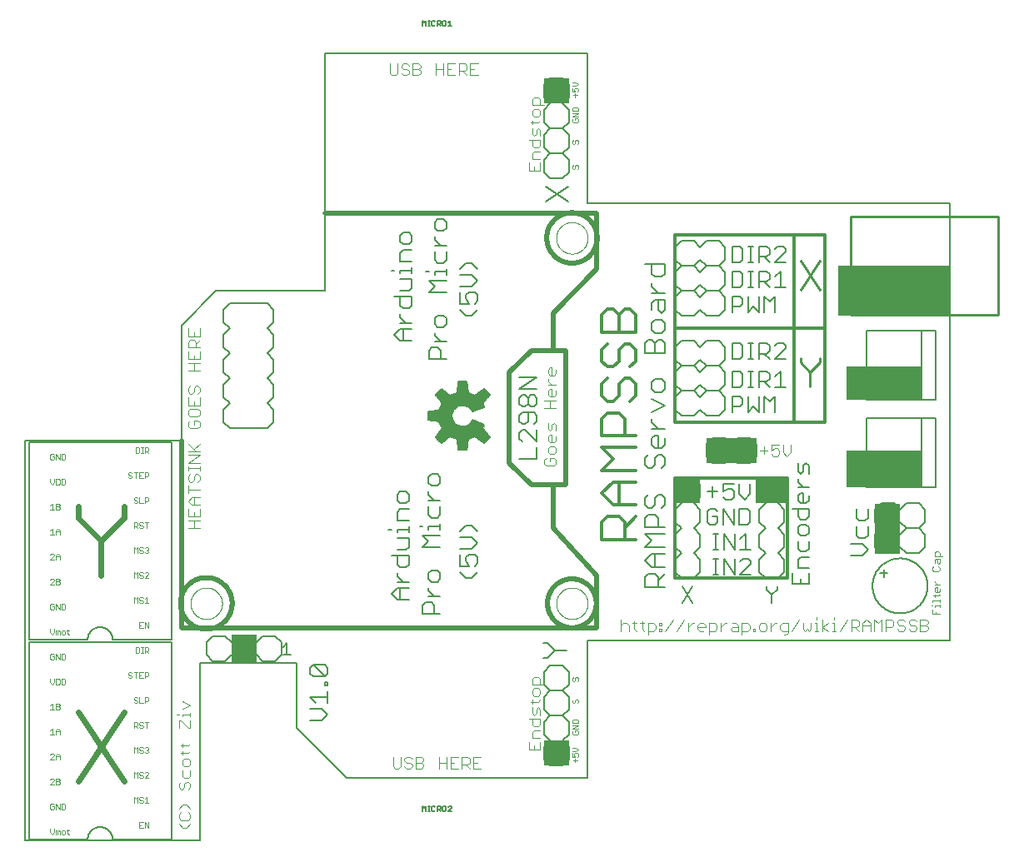
<source format=gto>
G75*
%MOIN*%
%OFA0B0*%
%FSLAX25Y25*%
%IPPOS*%
%LPD*%
%AMOC8*
5,1,8,0,0,1.08239X$1,22.5*
%
%ADD10C,0.00600*%
%ADD11C,0.00000*%
%ADD12C,0.01000*%
%ADD13C,0.01200*%
%ADD14C,0.00400*%
%ADD15R,0.40000X0.18750*%
%ADD16C,0.00700*%
%ADD17R,0.20000X0.10000*%
%ADD18R,0.10000X0.10000*%
%ADD19R,0.12500X0.10000*%
%ADD20R,0.10000X0.11250*%
%ADD21C,0.02000*%
%ADD22C,0.02400*%
%ADD23C,0.00800*%
%ADD24R,0.30000X0.13750*%
%ADD25R,0.30000X0.15000*%
%ADD26R,0.45000X0.20000*%
%ADD27C,0.00200*%
%ADD28R,0.10000X0.20500*%
%ADD29C,0.00300*%
%ADD30C,0.00500*%
%ADD31C,0.00591*%
D10*
X0003000Y0003000D02*
X0073000Y0003000D01*
X0073000Y0074250D01*
X0111750Y0074250D01*
X0111750Y0048000D01*
X0131750Y0028000D01*
X0228000Y0028000D01*
X0228000Y0083000D01*
X0373000Y0083000D01*
X0373000Y0258000D01*
X0228000Y0258000D01*
X0228000Y0318000D01*
X0123000Y0318000D01*
X0123000Y0223000D01*
X0079250Y0223000D01*
X0065500Y0209250D01*
X0065500Y0163000D01*
X0003000Y0163000D01*
X0003000Y0003000D01*
X0004500Y0003500D02*
X0004500Y0082500D01*
X0061500Y0082500D01*
X0061500Y0003500D01*
X0038000Y0003500D01*
X0037998Y0003640D01*
X0037992Y0003780D01*
X0037982Y0003920D01*
X0037969Y0004060D01*
X0037951Y0004199D01*
X0037929Y0004338D01*
X0037904Y0004475D01*
X0037875Y0004613D01*
X0037842Y0004749D01*
X0037805Y0004884D01*
X0037764Y0005018D01*
X0037719Y0005151D01*
X0037671Y0005283D01*
X0037619Y0005413D01*
X0037564Y0005542D01*
X0037505Y0005669D01*
X0037442Y0005795D01*
X0037376Y0005919D01*
X0037307Y0006040D01*
X0037234Y0006160D01*
X0037157Y0006278D01*
X0037078Y0006393D01*
X0036995Y0006507D01*
X0036909Y0006617D01*
X0036820Y0006726D01*
X0036728Y0006832D01*
X0036633Y0006935D01*
X0036536Y0007036D01*
X0036435Y0007133D01*
X0036332Y0007228D01*
X0036226Y0007320D01*
X0036117Y0007409D01*
X0036007Y0007495D01*
X0035893Y0007578D01*
X0035778Y0007657D01*
X0035660Y0007734D01*
X0035540Y0007807D01*
X0035419Y0007876D01*
X0035295Y0007942D01*
X0035169Y0008005D01*
X0035042Y0008064D01*
X0034913Y0008119D01*
X0034783Y0008171D01*
X0034651Y0008219D01*
X0034518Y0008264D01*
X0034384Y0008305D01*
X0034249Y0008342D01*
X0034113Y0008375D01*
X0033975Y0008404D01*
X0033838Y0008429D01*
X0033699Y0008451D01*
X0033560Y0008469D01*
X0033420Y0008482D01*
X0033280Y0008492D01*
X0033140Y0008498D01*
X0033000Y0008500D01*
X0032860Y0008498D01*
X0032720Y0008492D01*
X0032580Y0008482D01*
X0032440Y0008469D01*
X0032301Y0008451D01*
X0032162Y0008429D01*
X0032025Y0008404D01*
X0031887Y0008375D01*
X0031751Y0008342D01*
X0031616Y0008305D01*
X0031482Y0008264D01*
X0031349Y0008219D01*
X0031217Y0008171D01*
X0031087Y0008119D01*
X0030958Y0008064D01*
X0030831Y0008005D01*
X0030705Y0007942D01*
X0030581Y0007876D01*
X0030460Y0007807D01*
X0030340Y0007734D01*
X0030222Y0007657D01*
X0030107Y0007578D01*
X0029993Y0007495D01*
X0029883Y0007409D01*
X0029774Y0007320D01*
X0029668Y0007228D01*
X0029565Y0007133D01*
X0029464Y0007036D01*
X0029367Y0006935D01*
X0029272Y0006832D01*
X0029180Y0006726D01*
X0029091Y0006617D01*
X0029005Y0006507D01*
X0028922Y0006393D01*
X0028843Y0006278D01*
X0028766Y0006160D01*
X0028693Y0006040D01*
X0028624Y0005919D01*
X0028558Y0005795D01*
X0028495Y0005669D01*
X0028436Y0005542D01*
X0028381Y0005413D01*
X0028329Y0005283D01*
X0028281Y0005151D01*
X0028236Y0005018D01*
X0028195Y0004884D01*
X0028158Y0004749D01*
X0028125Y0004613D01*
X0028096Y0004475D01*
X0028071Y0004338D01*
X0028049Y0004199D01*
X0028031Y0004060D01*
X0028018Y0003920D01*
X0028008Y0003780D01*
X0028002Y0003640D01*
X0028000Y0003500D01*
X0004500Y0003500D01*
X0078000Y0074875D02*
X0075500Y0077375D01*
X0075500Y0082375D01*
X0078000Y0084875D01*
X0083000Y0084875D01*
X0085500Y0082375D01*
X0088000Y0084875D01*
X0093000Y0084875D01*
X0095500Y0082375D01*
X0098000Y0084875D01*
X0103000Y0084875D01*
X0105500Y0082375D01*
X0105500Y0077375D01*
X0103000Y0074875D01*
X0098000Y0074875D01*
X0095500Y0077375D01*
X0093000Y0074875D01*
X0088000Y0074875D01*
X0085500Y0077375D01*
X0083000Y0074875D01*
X0078000Y0074875D01*
X0061500Y0083500D02*
X0061500Y0162500D01*
X0004500Y0162500D01*
X0004500Y0083500D01*
X0028000Y0083500D01*
X0028002Y0083640D01*
X0028008Y0083780D01*
X0028018Y0083920D01*
X0028031Y0084060D01*
X0028049Y0084199D01*
X0028071Y0084338D01*
X0028096Y0084475D01*
X0028125Y0084613D01*
X0028158Y0084749D01*
X0028195Y0084884D01*
X0028236Y0085018D01*
X0028281Y0085151D01*
X0028329Y0085283D01*
X0028381Y0085413D01*
X0028436Y0085542D01*
X0028495Y0085669D01*
X0028558Y0085795D01*
X0028624Y0085919D01*
X0028693Y0086040D01*
X0028766Y0086160D01*
X0028843Y0086278D01*
X0028922Y0086393D01*
X0029005Y0086507D01*
X0029091Y0086617D01*
X0029180Y0086726D01*
X0029272Y0086832D01*
X0029367Y0086935D01*
X0029464Y0087036D01*
X0029565Y0087133D01*
X0029668Y0087228D01*
X0029774Y0087320D01*
X0029883Y0087409D01*
X0029993Y0087495D01*
X0030107Y0087578D01*
X0030222Y0087657D01*
X0030340Y0087734D01*
X0030460Y0087807D01*
X0030581Y0087876D01*
X0030705Y0087942D01*
X0030831Y0088005D01*
X0030958Y0088064D01*
X0031087Y0088119D01*
X0031217Y0088171D01*
X0031349Y0088219D01*
X0031482Y0088264D01*
X0031616Y0088305D01*
X0031751Y0088342D01*
X0031887Y0088375D01*
X0032025Y0088404D01*
X0032162Y0088429D01*
X0032301Y0088451D01*
X0032440Y0088469D01*
X0032580Y0088482D01*
X0032720Y0088492D01*
X0032860Y0088498D01*
X0033000Y0088500D01*
X0033140Y0088498D01*
X0033280Y0088492D01*
X0033420Y0088482D01*
X0033560Y0088469D01*
X0033699Y0088451D01*
X0033838Y0088429D01*
X0033975Y0088404D01*
X0034113Y0088375D01*
X0034249Y0088342D01*
X0034384Y0088305D01*
X0034518Y0088264D01*
X0034651Y0088219D01*
X0034783Y0088171D01*
X0034913Y0088119D01*
X0035042Y0088064D01*
X0035169Y0088005D01*
X0035295Y0087942D01*
X0035419Y0087876D01*
X0035540Y0087807D01*
X0035660Y0087734D01*
X0035778Y0087657D01*
X0035893Y0087578D01*
X0036007Y0087495D01*
X0036117Y0087409D01*
X0036226Y0087320D01*
X0036332Y0087228D01*
X0036435Y0087133D01*
X0036536Y0087036D01*
X0036633Y0086935D01*
X0036728Y0086832D01*
X0036820Y0086726D01*
X0036909Y0086617D01*
X0036995Y0086507D01*
X0037078Y0086393D01*
X0037157Y0086278D01*
X0037234Y0086160D01*
X0037307Y0086040D01*
X0037376Y0085919D01*
X0037442Y0085795D01*
X0037505Y0085669D01*
X0037564Y0085542D01*
X0037619Y0085413D01*
X0037671Y0085283D01*
X0037719Y0085151D01*
X0037764Y0085018D01*
X0037805Y0084884D01*
X0037842Y0084749D01*
X0037875Y0084613D01*
X0037904Y0084475D01*
X0037929Y0084338D01*
X0037951Y0084199D01*
X0037969Y0084060D01*
X0037982Y0083920D01*
X0037992Y0083780D01*
X0037998Y0083640D01*
X0038000Y0083500D01*
X0061500Y0083500D01*
X0117044Y0072305D02*
X0117044Y0069970D01*
X0118212Y0068802D01*
X0122882Y0068802D01*
X0118212Y0073473D01*
X0122882Y0073473D01*
X0124050Y0072305D01*
X0124050Y0069970D01*
X0122882Y0068802D01*
X0122882Y0066471D02*
X0124050Y0066471D01*
X0124050Y0065303D01*
X0122882Y0065303D01*
X0122882Y0066471D01*
X0124050Y0062976D02*
X0124050Y0058305D01*
X0124050Y0060640D02*
X0117044Y0060640D01*
X0119379Y0058305D01*
X0117044Y0055978D02*
X0121715Y0055978D01*
X0124050Y0053642D01*
X0121715Y0051307D01*
X0117044Y0051307D01*
X0117044Y0072305D02*
X0118212Y0073473D01*
X0149444Y0101885D02*
X0151779Y0104221D01*
X0156450Y0104221D01*
X0156450Y0106548D02*
X0151779Y0106548D01*
X0151779Y0108883D02*
X0151779Y0110051D01*
X0151779Y0108883D02*
X0154115Y0106548D01*
X0152947Y0104221D02*
X0152947Y0099550D01*
X0151779Y0099550D02*
X0149444Y0101885D01*
X0151779Y0099550D02*
X0156450Y0099550D01*
X0162044Y0097236D02*
X0162044Y0093734D01*
X0169050Y0093734D01*
X0166715Y0093734D02*
X0166715Y0097236D01*
X0165547Y0098404D01*
X0163212Y0098404D01*
X0162044Y0097236D01*
X0164379Y0100731D02*
X0169050Y0100731D01*
X0166715Y0100731D02*
X0164379Y0103067D01*
X0164379Y0104234D01*
X0165547Y0106563D02*
X0164379Y0107731D01*
X0164379Y0110066D01*
X0165547Y0111234D01*
X0167882Y0111234D01*
X0169050Y0110066D01*
X0169050Y0107731D01*
X0167882Y0106563D01*
X0165547Y0106563D01*
X0176944Y0110635D02*
X0179279Y0108300D01*
X0181615Y0108300D01*
X0183950Y0110635D01*
X0182782Y0112965D02*
X0183950Y0114133D01*
X0183950Y0116468D01*
X0182782Y0117636D01*
X0180447Y0117636D01*
X0179279Y0116468D01*
X0179279Y0115301D01*
X0180447Y0112965D01*
X0176944Y0112965D01*
X0176944Y0117636D01*
X0176944Y0119963D02*
X0181615Y0119963D01*
X0183950Y0122299D01*
X0181615Y0124634D01*
X0176944Y0124634D01*
X0176944Y0126961D02*
X0179279Y0129297D01*
X0181615Y0129297D01*
X0183950Y0126961D01*
X0169050Y0127557D02*
X0169050Y0129892D01*
X0169050Y0128725D02*
X0164379Y0128725D01*
X0164379Y0127557D01*
X0162044Y0128725D02*
X0160876Y0128725D01*
X0162044Y0125230D02*
X0169050Y0125230D01*
X0169050Y0120559D02*
X0162044Y0120559D01*
X0164379Y0122894D01*
X0162044Y0125230D01*
X0156450Y0126376D02*
X0156450Y0128711D01*
X0156450Y0127543D02*
X0151779Y0127543D01*
X0151779Y0126376D01*
X0151779Y0124048D02*
X0156450Y0124048D01*
X0156450Y0120545D01*
X0155282Y0119378D01*
X0151779Y0119378D01*
X0151779Y0117050D02*
X0151779Y0113547D01*
X0152947Y0112380D01*
X0155282Y0112380D01*
X0156450Y0113547D01*
X0156450Y0117050D01*
X0149444Y0117050D01*
X0149444Y0127543D02*
X0148276Y0127543D01*
X0151779Y0131041D02*
X0151779Y0134544D01*
X0152947Y0135712D01*
X0156450Y0135712D01*
X0155282Y0138039D02*
X0152947Y0138039D01*
X0151779Y0139206D01*
X0151779Y0141542D01*
X0152947Y0142709D01*
X0155282Y0142709D01*
X0156450Y0141542D01*
X0156450Y0139206D01*
X0155282Y0138039D01*
X0156450Y0131041D02*
X0151779Y0131041D01*
X0164379Y0133390D02*
X0165547Y0132222D01*
X0167882Y0132222D01*
X0169050Y0133390D01*
X0169050Y0136893D01*
X0169050Y0139220D02*
X0164379Y0139220D01*
X0164379Y0136893D02*
X0164379Y0133390D01*
X0166715Y0139220D02*
X0164379Y0141556D01*
X0164379Y0142723D01*
X0165547Y0145052D02*
X0164379Y0146220D01*
X0164379Y0148555D01*
X0165547Y0149723D01*
X0167882Y0149723D01*
X0169050Y0148555D01*
X0169050Y0146220D01*
X0167882Y0145052D01*
X0165547Y0145052D01*
X0200694Y0155800D02*
X0207700Y0155800D01*
X0207700Y0160471D01*
X0207700Y0162798D02*
X0203029Y0167469D01*
X0201862Y0167469D01*
X0200694Y0166301D01*
X0200694Y0163966D01*
X0201862Y0162798D01*
X0207700Y0162798D02*
X0207700Y0167469D01*
X0206532Y0169796D02*
X0207700Y0170964D01*
X0207700Y0173299D01*
X0206532Y0174467D01*
X0201862Y0174467D01*
X0200694Y0173299D01*
X0200694Y0170964D01*
X0201862Y0169796D01*
X0203029Y0169796D01*
X0204197Y0170964D01*
X0204197Y0174467D01*
X0203029Y0176794D02*
X0201862Y0176794D01*
X0200694Y0177962D01*
X0200694Y0180297D01*
X0201862Y0181465D01*
X0203029Y0181465D01*
X0204197Y0180297D01*
X0204197Y0177962D01*
X0203029Y0176794D01*
X0204197Y0177962D02*
X0205365Y0176794D01*
X0206532Y0176794D01*
X0207700Y0177962D01*
X0207700Y0180297D01*
X0206532Y0181465D01*
X0205365Y0181465D01*
X0204197Y0180297D01*
X0200694Y0183792D02*
X0207700Y0188463D01*
X0200694Y0188463D01*
X0200694Y0183792D02*
X0207700Y0183792D01*
X0181615Y0213300D02*
X0179279Y0213300D01*
X0176944Y0215635D01*
X0176944Y0217965D02*
X0180447Y0217965D01*
X0179279Y0220301D01*
X0179279Y0221468D01*
X0180447Y0222636D01*
X0182782Y0222636D01*
X0183950Y0221468D01*
X0183950Y0219133D01*
X0182782Y0217965D01*
X0183950Y0215635D02*
X0181615Y0213300D01*
X0176944Y0217965D02*
X0176944Y0222636D01*
X0176944Y0224963D02*
X0181615Y0224963D01*
X0183950Y0227299D01*
X0181615Y0229634D01*
X0176944Y0229634D01*
X0176944Y0231961D02*
X0179279Y0234297D01*
X0181615Y0234297D01*
X0183950Y0231961D01*
X0171450Y0231959D02*
X0171450Y0229624D01*
X0171450Y0230791D02*
X0166779Y0230791D01*
X0166779Y0229624D01*
X0164444Y0230791D02*
X0163276Y0230791D01*
X0164444Y0227296D02*
X0171450Y0227296D01*
X0166779Y0224961D02*
X0164444Y0227296D01*
X0166779Y0224961D02*
X0164444Y0222626D01*
X0171450Y0222626D01*
X0170282Y0213300D02*
X0167947Y0213300D01*
X0166779Y0212133D01*
X0166779Y0209797D01*
X0167947Y0208630D01*
X0170282Y0208630D01*
X0171450Y0209797D01*
X0171450Y0212133D01*
X0170282Y0213300D01*
X0166779Y0206301D02*
X0166779Y0205133D01*
X0169115Y0202798D01*
X0171450Y0202798D02*
X0166779Y0202798D01*
X0165612Y0200471D02*
X0167947Y0200471D01*
X0169115Y0199303D01*
X0169115Y0195800D01*
X0171450Y0195800D02*
X0164444Y0195800D01*
X0164444Y0199303D01*
X0165612Y0200471D01*
X0157700Y0203300D02*
X0153029Y0203300D01*
X0150694Y0205635D01*
X0153029Y0207971D01*
X0157700Y0207971D01*
X0157700Y0210298D02*
X0153029Y0210298D01*
X0153029Y0212633D02*
X0153029Y0213801D01*
X0153029Y0212633D02*
X0155365Y0210298D01*
X0154197Y0207971D02*
X0154197Y0203300D01*
X0154197Y0216130D02*
X0153029Y0217297D01*
X0153029Y0220800D01*
X0153029Y0223128D02*
X0156532Y0223128D01*
X0157700Y0224295D01*
X0157700Y0227798D01*
X0153029Y0227798D01*
X0153029Y0230126D02*
X0153029Y0231293D01*
X0157700Y0231293D01*
X0157700Y0230126D02*
X0157700Y0232461D01*
X0157700Y0234791D02*
X0153029Y0234791D01*
X0153029Y0238294D01*
X0154197Y0239462D01*
X0157700Y0239462D01*
X0156532Y0241789D02*
X0157700Y0242956D01*
X0157700Y0245292D01*
X0156532Y0246459D01*
X0154197Y0246459D01*
X0153029Y0245292D01*
X0153029Y0242956D01*
X0154197Y0241789D01*
X0156532Y0241789D01*
X0166779Y0241287D02*
X0171450Y0241287D01*
X0171450Y0238959D02*
X0171450Y0235456D01*
X0170282Y0234289D01*
X0167947Y0234289D01*
X0166779Y0235456D01*
X0166779Y0238959D01*
X0169115Y0241287D02*
X0166779Y0243622D01*
X0166779Y0244790D01*
X0167947Y0247118D02*
X0170282Y0247118D01*
X0171450Y0248286D01*
X0171450Y0250621D01*
X0170282Y0251789D01*
X0167947Y0251789D01*
X0166779Y0250621D01*
X0166779Y0248286D01*
X0167947Y0247118D01*
X0150694Y0231293D02*
X0149526Y0231293D01*
X0150694Y0220800D02*
X0157700Y0220800D01*
X0157700Y0217297D01*
X0156532Y0216130D01*
X0154197Y0216130D01*
X0102375Y0215500D02*
X0102375Y0210500D01*
X0099875Y0208000D01*
X0102375Y0205500D01*
X0102375Y0200500D01*
X0099875Y0198000D01*
X0102375Y0195500D01*
X0102375Y0190500D01*
X0099875Y0188000D01*
X0102375Y0185500D01*
X0102375Y0180500D01*
X0099875Y0178000D01*
X0102375Y0175500D01*
X0102375Y0170500D01*
X0099875Y0168000D01*
X0084875Y0168000D01*
X0082375Y0170500D01*
X0082375Y0175500D01*
X0084875Y0178000D01*
X0082375Y0180500D01*
X0082375Y0185500D01*
X0084875Y0188000D01*
X0082375Y0190500D01*
X0082375Y0195500D01*
X0084875Y0198000D01*
X0082375Y0200500D01*
X0082375Y0205500D01*
X0084875Y0208000D01*
X0082375Y0210500D01*
X0082375Y0215500D01*
X0084875Y0218000D01*
X0099875Y0218000D01*
X0102375Y0215500D01*
X0210500Y0270500D02*
X0213000Y0268000D01*
X0218000Y0268000D01*
X0220500Y0270500D01*
X0220500Y0275500D01*
X0218000Y0278000D01*
X0213000Y0278000D01*
X0210500Y0275500D01*
X0210500Y0270500D01*
X0213000Y0278000D02*
X0218000Y0278000D01*
X0220500Y0280500D01*
X0220500Y0285500D01*
X0218000Y0288000D01*
X0213000Y0288000D01*
X0210500Y0285500D01*
X0210500Y0280500D01*
X0213000Y0278000D01*
X0285800Y0240955D02*
X0285800Y0234550D01*
X0289003Y0234550D01*
X0290070Y0235618D01*
X0290070Y0239888D01*
X0289003Y0240955D01*
X0285800Y0240955D01*
X0292245Y0240955D02*
X0294381Y0240955D01*
X0293313Y0240955D02*
X0293313Y0234550D01*
X0292245Y0234550D02*
X0294381Y0234550D01*
X0296542Y0234550D02*
X0296542Y0240955D01*
X0299745Y0240955D01*
X0300813Y0239888D01*
X0300813Y0237753D01*
X0299745Y0236685D01*
X0296542Y0236685D01*
X0298678Y0236685D02*
X0300813Y0234550D01*
X0302988Y0234550D02*
X0307258Y0238820D01*
X0307258Y0239888D01*
X0306191Y0240955D01*
X0304056Y0240955D01*
X0302988Y0239888D01*
X0302988Y0234550D02*
X0307258Y0234550D01*
X0305123Y0230955D02*
X0305123Y0224550D01*
X0302988Y0224550D02*
X0307258Y0224550D01*
X0302961Y0220955D02*
X0300826Y0218820D01*
X0298691Y0220955D01*
X0298691Y0214550D01*
X0296516Y0214550D02*
X0296516Y0220955D01*
X0296542Y0224550D02*
X0296542Y0230955D01*
X0299745Y0230955D01*
X0300813Y0229888D01*
X0300813Y0227753D01*
X0299745Y0226685D01*
X0296542Y0226685D01*
X0298678Y0226685D02*
X0300813Y0224550D01*
X0302961Y0220955D02*
X0302961Y0214550D01*
X0296516Y0214550D02*
X0294381Y0216685D01*
X0292245Y0214550D01*
X0292245Y0220955D01*
X0290070Y0219888D02*
X0290070Y0217753D01*
X0289003Y0216685D01*
X0285800Y0216685D01*
X0285800Y0214550D02*
X0285800Y0220955D01*
X0289003Y0220955D01*
X0290070Y0219888D01*
X0289003Y0224550D02*
X0285800Y0224550D01*
X0285800Y0230955D01*
X0289003Y0230955D01*
X0290070Y0229888D01*
X0290070Y0225618D01*
X0289003Y0224550D01*
X0292245Y0224550D02*
X0294381Y0224550D01*
X0293313Y0224550D02*
X0293313Y0230955D01*
X0292245Y0230955D02*
X0294381Y0230955D01*
X0302988Y0228820D02*
X0305123Y0230955D01*
X0304056Y0202205D02*
X0302988Y0201138D01*
X0304056Y0202205D02*
X0306191Y0202205D01*
X0307258Y0201138D01*
X0307258Y0200070D01*
X0302988Y0195800D01*
X0307258Y0195800D01*
X0305123Y0190955D02*
X0305123Y0184550D01*
X0302988Y0184550D02*
X0307258Y0184550D01*
X0302961Y0180955D02*
X0300826Y0178820D01*
X0298691Y0180955D01*
X0298691Y0174550D01*
X0296516Y0174550D02*
X0296516Y0180955D01*
X0296542Y0184550D02*
X0296542Y0190955D01*
X0299745Y0190955D01*
X0300813Y0189888D01*
X0300813Y0187753D01*
X0299745Y0186685D01*
X0296542Y0186685D01*
X0298678Y0186685D02*
X0300813Y0184550D01*
X0302961Y0180955D02*
X0302961Y0174550D01*
X0296516Y0174550D02*
X0294381Y0176685D01*
X0292245Y0174550D01*
X0292245Y0180955D01*
X0290070Y0179888D02*
X0290070Y0177753D01*
X0289003Y0176685D01*
X0285800Y0176685D01*
X0285800Y0174550D02*
X0285800Y0180955D01*
X0289003Y0180955D01*
X0290070Y0179888D01*
X0289003Y0184550D02*
X0285800Y0184550D01*
X0285800Y0190955D01*
X0289003Y0190955D01*
X0290070Y0189888D01*
X0290070Y0185618D01*
X0289003Y0184550D01*
X0292245Y0184550D02*
X0294381Y0184550D01*
X0293313Y0184550D02*
X0293313Y0190955D01*
X0292245Y0190955D02*
X0294381Y0190955D01*
X0294381Y0195800D02*
X0292245Y0195800D01*
X0293313Y0195800D02*
X0293313Y0202205D01*
X0292245Y0202205D02*
X0294381Y0202205D01*
X0296542Y0202205D02*
X0299745Y0202205D01*
X0300813Y0201138D01*
X0300813Y0199003D01*
X0299745Y0197935D01*
X0296542Y0197935D01*
X0296542Y0195800D02*
X0296542Y0202205D01*
X0298678Y0197935D02*
X0300813Y0195800D01*
X0305123Y0190955D02*
X0302988Y0188820D01*
X0290070Y0196868D02*
X0290070Y0201138D01*
X0289003Y0202205D01*
X0285800Y0202205D01*
X0285800Y0195800D01*
X0289003Y0195800D01*
X0290070Y0196868D01*
X0312180Y0154115D02*
X0312180Y0150912D01*
X0313247Y0149844D01*
X0314315Y0150912D01*
X0314315Y0153047D01*
X0315382Y0154115D01*
X0316450Y0153047D01*
X0316450Y0149844D01*
X0312180Y0147676D02*
X0312180Y0146608D01*
X0314315Y0144473D01*
X0316450Y0144473D02*
X0312180Y0144473D01*
X0313247Y0142298D02*
X0314315Y0142298D01*
X0314315Y0138027D01*
X0315382Y0138027D02*
X0313247Y0138027D01*
X0312180Y0139095D01*
X0312180Y0141230D01*
X0313247Y0142298D01*
X0316450Y0141230D02*
X0316450Y0139095D01*
X0315382Y0138027D01*
X0316450Y0135852D02*
X0316450Y0132650D01*
X0315382Y0131582D01*
X0313247Y0131582D01*
X0312180Y0132650D01*
X0312180Y0135852D01*
X0310045Y0135852D02*
X0316450Y0135852D01*
X0315382Y0129407D02*
X0313247Y0129407D01*
X0312180Y0128339D01*
X0312180Y0126204D01*
X0313247Y0125136D01*
X0315382Y0125136D01*
X0316450Y0126204D01*
X0316450Y0128339D01*
X0315382Y0129407D01*
X0316450Y0122961D02*
X0316450Y0119759D01*
X0315382Y0118691D01*
X0313247Y0118691D01*
X0312180Y0119759D01*
X0312180Y0122961D01*
X0313247Y0116516D02*
X0316450Y0116516D01*
X0313247Y0116516D02*
X0312180Y0115448D01*
X0312180Y0112245D01*
X0316450Y0112245D01*
X0316450Y0110070D02*
X0316450Y0105800D01*
X0310045Y0105800D01*
X0310045Y0110070D01*
X0313247Y0107935D02*
X0313247Y0105800D01*
X0303820Y0104705D02*
X0303820Y0103638D01*
X0301685Y0101503D01*
X0301685Y0098300D01*
X0301685Y0101503D02*
X0299550Y0103638D01*
X0299550Y0104705D01*
X0293313Y0109550D02*
X0289042Y0109550D01*
X0293313Y0113820D01*
X0293313Y0114888D01*
X0292245Y0115955D01*
X0290110Y0115955D01*
X0289042Y0114888D01*
X0286867Y0115955D02*
X0286867Y0109550D01*
X0282597Y0115955D01*
X0282597Y0109550D01*
X0280435Y0109550D02*
X0278300Y0109550D01*
X0279368Y0109550D02*
X0279368Y0115955D01*
X0280435Y0115955D02*
X0278300Y0115955D01*
X0278300Y0119550D02*
X0280435Y0119550D01*
X0279368Y0119550D02*
X0279368Y0125955D01*
X0280435Y0125955D02*
X0278300Y0125955D01*
X0279003Y0129550D02*
X0280070Y0130618D01*
X0280070Y0132753D01*
X0277935Y0132753D01*
X0275800Y0134888D02*
X0275800Y0130618D01*
X0276868Y0129550D01*
X0279003Y0129550D01*
X0282245Y0129550D02*
X0282245Y0135955D01*
X0286516Y0129550D01*
X0286516Y0135955D01*
X0288691Y0135955D02*
X0291894Y0135955D01*
X0292961Y0134888D01*
X0292961Y0130618D01*
X0291894Y0129550D01*
X0288691Y0129550D01*
X0288691Y0135955D01*
X0290826Y0139550D02*
X0292961Y0141685D01*
X0292961Y0145955D01*
X0288691Y0145955D02*
X0288691Y0141685D01*
X0290826Y0139550D01*
X0286516Y0140618D02*
X0285448Y0139550D01*
X0283313Y0139550D01*
X0282245Y0140618D01*
X0282245Y0142753D02*
X0284381Y0143820D01*
X0285448Y0143820D01*
X0286516Y0142753D01*
X0286516Y0140618D01*
X0282245Y0142753D02*
X0282245Y0145955D01*
X0286516Y0145955D01*
X0280070Y0142753D02*
X0275800Y0142753D01*
X0277935Y0144888D02*
X0277935Y0140618D01*
X0276868Y0135955D02*
X0275800Y0134888D01*
X0276868Y0135955D02*
X0279003Y0135955D01*
X0280070Y0134888D01*
X0282597Y0125955D02*
X0286867Y0119550D01*
X0286867Y0125955D01*
X0289042Y0123820D02*
X0291178Y0125955D01*
X0291178Y0119550D01*
X0293313Y0119550D02*
X0289042Y0119550D01*
X0282597Y0119550D02*
X0282597Y0125955D01*
X0270070Y0104705D02*
X0265800Y0098300D01*
X0270070Y0098300D02*
X0265800Y0104705D01*
X0220500Y0070500D02*
X0220500Y0065500D01*
X0218000Y0063000D01*
X0220500Y0060500D01*
X0220500Y0055500D01*
X0218000Y0053000D01*
X0213000Y0053000D01*
X0210500Y0055500D01*
X0210500Y0060500D01*
X0213000Y0063000D01*
X0218000Y0063000D01*
X0213000Y0063000D01*
X0210500Y0065500D01*
X0210500Y0070500D01*
X0213000Y0073000D01*
X0218000Y0073000D01*
X0220500Y0070500D01*
X0333194Y0117050D02*
X0337865Y0117050D01*
X0340200Y0119385D01*
X0337865Y0121721D01*
X0333194Y0121721D01*
X0335529Y0125216D02*
X0336697Y0124048D01*
X0339032Y0124048D01*
X0340200Y0125216D01*
X0340200Y0128719D01*
X0339032Y0131046D02*
X0336697Y0131046D01*
X0335529Y0132214D01*
X0335529Y0135717D01*
X0340200Y0135717D02*
X0340200Y0132214D01*
X0339032Y0131046D01*
X0335529Y0128719D02*
X0335529Y0125216D01*
X0346500Y0111500D02*
X0346500Y0110000D01*
X0348000Y0110000D01*
X0346500Y0110000D02*
X0346500Y0108500D01*
X0346500Y0110000D02*
X0345000Y0110000D01*
X0342000Y0105000D02*
X0342003Y0105270D01*
X0342013Y0105540D01*
X0342030Y0105809D01*
X0342053Y0106078D01*
X0342083Y0106347D01*
X0342119Y0106614D01*
X0342162Y0106881D01*
X0342211Y0107146D01*
X0342267Y0107410D01*
X0342330Y0107673D01*
X0342398Y0107934D01*
X0342474Y0108193D01*
X0342555Y0108450D01*
X0342643Y0108706D01*
X0342737Y0108959D01*
X0342837Y0109210D01*
X0342944Y0109458D01*
X0343056Y0109703D01*
X0343175Y0109946D01*
X0343299Y0110185D01*
X0343429Y0110422D01*
X0343565Y0110655D01*
X0343707Y0110885D01*
X0343854Y0111111D01*
X0344007Y0111334D01*
X0344165Y0111553D01*
X0344328Y0111768D01*
X0344497Y0111978D01*
X0344671Y0112185D01*
X0344850Y0112387D01*
X0345033Y0112585D01*
X0345222Y0112778D01*
X0345415Y0112967D01*
X0345613Y0113150D01*
X0345815Y0113329D01*
X0346022Y0113503D01*
X0346232Y0113672D01*
X0346447Y0113835D01*
X0346666Y0113993D01*
X0346889Y0114146D01*
X0347115Y0114293D01*
X0347345Y0114435D01*
X0347578Y0114571D01*
X0347815Y0114701D01*
X0348054Y0114825D01*
X0348297Y0114944D01*
X0348542Y0115056D01*
X0348790Y0115163D01*
X0349041Y0115263D01*
X0349294Y0115357D01*
X0349550Y0115445D01*
X0349807Y0115526D01*
X0350066Y0115602D01*
X0350327Y0115670D01*
X0350590Y0115733D01*
X0350854Y0115789D01*
X0351119Y0115838D01*
X0351386Y0115881D01*
X0351653Y0115917D01*
X0351922Y0115947D01*
X0352191Y0115970D01*
X0352460Y0115987D01*
X0352730Y0115997D01*
X0353000Y0116000D01*
X0353270Y0115997D01*
X0353540Y0115987D01*
X0353809Y0115970D01*
X0354078Y0115947D01*
X0354347Y0115917D01*
X0354614Y0115881D01*
X0354881Y0115838D01*
X0355146Y0115789D01*
X0355410Y0115733D01*
X0355673Y0115670D01*
X0355934Y0115602D01*
X0356193Y0115526D01*
X0356450Y0115445D01*
X0356706Y0115357D01*
X0356959Y0115263D01*
X0357210Y0115163D01*
X0357458Y0115056D01*
X0357703Y0114944D01*
X0357946Y0114825D01*
X0358185Y0114701D01*
X0358422Y0114571D01*
X0358655Y0114435D01*
X0358885Y0114293D01*
X0359111Y0114146D01*
X0359334Y0113993D01*
X0359553Y0113835D01*
X0359768Y0113672D01*
X0359978Y0113503D01*
X0360185Y0113329D01*
X0360387Y0113150D01*
X0360585Y0112967D01*
X0360778Y0112778D01*
X0360967Y0112585D01*
X0361150Y0112387D01*
X0361329Y0112185D01*
X0361503Y0111978D01*
X0361672Y0111768D01*
X0361835Y0111553D01*
X0361993Y0111334D01*
X0362146Y0111111D01*
X0362293Y0110885D01*
X0362435Y0110655D01*
X0362571Y0110422D01*
X0362701Y0110185D01*
X0362825Y0109946D01*
X0362944Y0109703D01*
X0363056Y0109458D01*
X0363163Y0109210D01*
X0363263Y0108959D01*
X0363357Y0108706D01*
X0363445Y0108450D01*
X0363526Y0108193D01*
X0363602Y0107934D01*
X0363670Y0107673D01*
X0363733Y0107410D01*
X0363789Y0107146D01*
X0363838Y0106881D01*
X0363881Y0106614D01*
X0363917Y0106347D01*
X0363947Y0106078D01*
X0363970Y0105809D01*
X0363987Y0105540D01*
X0363997Y0105270D01*
X0364000Y0105000D01*
X0363997Y0104730D01*
X0363987Y0104460D01*
X0363970Y0104191D01*
X0363947Y0103922D01*
X0363917Y0103653D01*
X0363881Y0103386D01*
X0363838Y0103119D01*
X0363789Y0102854D01*
X0363733Y0102590D01*
X0363670Y0102327D01*
X0363602Y0102066D01*
X0363526Y0101807D01*
X0363445Y0101550D01*
X0363357Y0101294D01*
X0363263Y0101041D01*
X0363163Y0100790D01*
X0363056Y0100542D01*
X0362944Y0100297D01*
X0362825Y0100054D01*
X0362701Y0099815D01*
X0362571Y0099578D01*
X0362435Y0099345D01*
X0362293Y0099115D01*
X0362146Y0098889D01*
X0361993Y0098666D01*
X0361835Y0098447D01*
X0361672Y0098232D01*
X0361503Y0098022D01*
X0361329Y0097815D01*
X0361150Y0097613D01*
X0360967Y0097415D01*
X0360778Y0097222D01*
X0360585Y0097033D01*
X0360387Y0096850D01*
X0360185Y0096671D01*
X0359978Y0096497D01*
X0359768Y0096328D01*
X0359553Y0096165D01*
X0359334Y0096007D01*
X0359111Y0095854D01*
X0358885Y0095707D01*
X0358655Y0095565D01*
X0358422Y0095429D01*
X0358185Y0095299D01*
X0357946Y0095175D01*
X0357703Y0095056D01*
X0357458Y0094944D01*
X0357210Y0094837D01*
X0356959Y0094737D01*
X0356706Y0094643D01*
X0356450Y0094555D01*
X0356193Y0094474D01*
X0355934Y0094398D01*
X0355673Y0094330D01*
X0355410Y0094267D01*
X0355146Y0094211D01*
X0354881Y0094162D01*
X0354614Y0094119D01*
X0354347Y0094083D01*
X0354078Y0094053D01*
X0353809Y0094030D01*
X0353540Y0094013D01*
X0353270Y0094003D01*
X0353000Y0094000D01*
X0352730Y0094003D01*
X0352460Y0094013D01*
X0352191Y0094030D01*
X0351922Y0094053D01*
X0351653Y0094083D01*
X0351386Y0094119D01*
X0351119Y0094162D01*
X0350854Y0094211D01*
X0350590Y0094267D01*
X0350327Y0094330D01*
X0350066Y0094398D01*
X0349807Y0094474D01*
X0349550Y0094555D01*
X0349294Y0094643D01*
X0349041Y0094737D01*
X0348790Y0094837D01*
X0348542Y0094944D01*
X0348297Y0095056D01*
X0348054Y0095175D01*
X0347815Y0095299D01*
X0347578Y0095429D01*
X0347345Y0095565D01*
X0347115Y0095707D01*
X0346889Y0095854D01*
X0346666Y0096007D01*
X0346447Y0096165D01*
X0346232Y0096328D01*
X0346022Y0096497D01*
X0345815Y0096671D01*
X0345613Y0096850D01*
X0345415Y0097033D01*
X0345222Y0097222D01*
X0345033Y0097415D01*
X0344850Y0097613D01*
X0344671Y0097815D01*
X0344497Y0098022D01*
X0344328Y0098232D01*
X0344165Y0098447D01*
X0344007Y0098666D01*
X0343854Y0098889D01*
X0343707Y0099115D01*
X0343565Y0099345D01*
X0343429Y0099578D01*
X0343299Y0099815D01*
X0343175Y0100054D01*
X0343056Y0100297D01*
X0342944Y0100542D01*
X0342837Y0100790D01*
X0342737Y0101041D01*
X0342643Y0101294D01*
X0342555Y0101550D01*
X0342474Y0101807D01*
X0342398Y0102066D01*
X0342330Y0102327D01*
X0342267Y0102590D01*
X0342211Y0102854D01*
X0342162Y0103119D01*
X0342119Y0103386D01*
X0342083Y0103653D01*
X0342053Y0103922D01*
X0342030Y0104191D01*
X0342013Y0104460D01*
X0342003Y0104730D01*
X0342000Y0105000D01*
D11*
X0215451Y0098000D02*
X0215453Y0098158D01*
X0215459Y0098316D01*
X0215469Y0098474D01*
X0215483Y0098632D01*
X0215501Y0098789D01*
X0215522Y0098946D01*
X0215548Y0099102D01*
X0215578Y0099258D01*
X0215611Y0099413D01*
X0215649Y0099566D01*
X0215690Y0099719D01*
X0215735Y0099871D01*
X0215784Y0100022D01*
X0215837Y0100171D01*
X0215893Y0100319D01*
X0215953Y0100465D01*
X0216017Y0100610D01*
X0216085Y0100753D01*
X0216156Y0100895D01*
X0216230Y0101035D01*
X0216308Y0101172D01*
X0216390Y0101308D01*
X0216474Y0101442D01*
X0216563Y0101573D01*
X0216654Y0101702D01*
X0216749Y0101829D01*
X0216846Y0101954D01*
X0216947Y0102076D01*
X0217051Y0102195D01*
X0217158Y0102312D01*
X0217268Y0102426D01*
X0217381Y0102537D01*
X0217496Y0102646D01*
X0217614Y0102751D01*
X0217735Y0102853D01*
X0217858Y0102953D01*
X0217984Y0103049D01*
X0218112Y0103142D01*
X0218242Y0103232D01*
X0218375Y0103318D01*
X0218510Y0103402D01*
X0218646Y0103481D01*
X0218785Y0103558D01*
X0218926Y0103630D01*
X0219068Y0103700D01*
X0219212Y0103765D01*
X0219358Y0103827D01*
X0219505Y0103885D01*
X0219654Y0103940D01*
X0219804Y0103991D01*
X0219955Y0104038D01*
X0220107Y0104081D01*
X0220260Y0104120D01*
X0220415Y0104156D01*
X0220570Y0104187D01*
X0220726Y0104215D01*
X0220882Y0104239D01*
X0221039Y0104259D01*
X0221197Y0104275D01*
X0221354Y0104287D01*
X0221513Y0104295D01*
X0221671Y0104299D01*
X0221829Y0104299D01*
X0221987Y0104295D01*
X0222146Y0104287D01*
X0222303Y0104275D01*
X0222461Y0104259D01*
X0222618Y0104239D01*
X0222774Y0104215D01*
X0222930Y0104187D01*
X0223085Y0104156D01*
X0223240Y0104120D01*
X0223393Y0104081D01*
X0223545Y0104038D01*
X0223696Y0103991D01*
X0223846Y0103940D01*
X0223995Y0103885D01*
X0224142Y0103827D01*
X0224288Y0103765D01*
X0224432Y0103700D01*
X0224574Y0103630D01*
X0224715Y0103558D01*
X0224854Y0103481D01*
X0224990Y0103402D01*
X0225125Y0103318D01*
X0225258Y0103232D01*
X0225388Y0103142D01*
X0225516Y0103049D01*
X0225642Y0102953D01*
X0225765Y0102853D01*
X0225886Y0102751D01*
X0226004Y0102646D01*
X0226119Y0102537D01*
X0226232Y0102426D01*
X0226342Y0102312D01*
X0226449Y0102195D01*
X0226553Y0102076D01*
X0226654Y0101954D01*
X0226751Y0101829D01*
X0226846Y0101702D01*
X0226937Y0101573D01*
X0227026Y0101442D01*
X0227110Y0101308D01*
X0227192Y0101172D01*
X0227270Y0101035D01*
X0227344Y0100895D01*
X0227415Y0100753D01*
X0227483Y0100610D01*
X0227547Y0100465D01*
X0227607Y0100319D01*
X0227663Y0100171D01*
X0227716Y0100022D01*
X0227765Y0099871D01*
X0227810Y0099719D01*
X0227851Y0099566D01*
X0227889Y0099413D01*
X0227922Y0099258D01*
X0227952Y0099102D01*
X0227978Y0098946D01*
X0227999Y0098789D01*
X0228017Y0098632D01*
X0228031Y0098474D01*
X0228041Y0098316D01*
X0228047Y0098158D01*
X0228049Y0098000D01*
X0228047Y0097842D01*
X0228041Y0097684D01*
X0228031Y0097526D01*
X0228017Y0097368D01*
X0227999Y0097211D01*
X0227978Y0097054D01*
X0227952Y0096898D01*
X0227922Y0096742D01*
X0227889Y0096587D01*
X0227851Y0096434D01*
X0227810Y0096281D01*
X0227765Y0096129D01*
X0227716Y0095978D01*
X0227663Y0095829D01*
X0227607Y0095681D01*
X0227547Y0095535D01*
X0227483Y0095390D01*
X0227415Y0095247D01*
X0227344Y0095105D01*
X0227270Y0094965D01*
X0227192Y0094828D01*
X0227110Y0094692D01*
X0227026Y0094558D01*
X0226937Y0094427D01*
X0226846Y0094298D01*
X0226751Y0094171D01*
X0226654Y0094046D01*
X0226553Y0093924D01*
X0226449Y0093805D01*
X0226342Y0093688D01*
X0226232Y0093574D01*
X0226119Y0093463D01*
X0226004Y0093354D01*
X0225886Y0093249D01*
X0225765Y0093147D01*
X0225642Y0093047D01*
X0225516Y0092951D01*
X0225388Y0092858D01*
X0225258Y0092768D01*
X0225125Y0092682D01*
X0224990Y0092598D01*
X0224854Y0092519D01*
X0224715Y0092442D01*
X0224574Y0092370D01*
X0224432Y0092300D01*
X0224288Y0092235D01*
X0224142Y0092173D01*
X0223995Y0092115D01*
X0223846Y0092060D01*
X0223696Y0092009D01*
X0223545Y0091962D01*
X0223393Y0091919D01*
X0223240Y0091880D01*
X0223085Y0091844D01*
X0222930Y0091813D01*
X0222774Y0091785D01*
X0222618Y0091761D01*
X0222461Y0091741D01*
X0222303Y0091725D01*
X0222146Y0091713D01*
X0221987Y0091705D01*
X0221829Y0091701D01*
X0221671Y0091701D01*
X0221513Y0091705D01*
X0221354Y0091713D01*
X0221197Y0091725D01*
X0221039Y0091741D01*
X0220882Y0091761D01*
X0220726Y0091785D01*
X0220570Y0091813D01*
X0220415Y0091844D01*
X0220260Y0091880D01*
X0220107Y0091919D01*
X0219955Y0091962D01*
X0219804Y0092009D01*
X0219654Y0092060D01*
X0219505Y0092115D01*
X0219358Y0092173D01*
X0219212Y0092235D01*
X0219068Y0092300D01*
X0218926Y0092370D01*
X0218785Y0092442D01*
X0218646Y0092519D01*
X0218510Y0092598D01*
X0218375Y0092682D01*
X0218242Y0092768D01*
X0218112Y0092858D01*
X0217984Y0092951D01*
X0217858Y0093047D01*
X0217735Y0093147D01*
X0217614Y0093249D01*
X0217496Y0093354D01*
X0217381Y0093463D01*
X0217268Y0093574D01*
X0217158Y0093688D01*
X0217051Y0093805D01*
X0216947Y0093924D01*
X0216846Y0094046D01*
X0216749Y0094171D01*
X0216654Y0094298D01*
X0216563Y0094427D01*
X0216474Y0094558D01*
X0216390Y0094692D01*
X0216308Y0094828D01*
X0216230Y0094965D01*
X0216156Y0095105D01*
X0216085Y0095247D01*
X0216017Y0095390D01*
X0215953Y0095535D01*
X0215893Y0095681D01*
X0215837Y0095829D01*
X0215784Y0095978D01*
X0215735Y0096129D01*
X0215690Y0096281D01*
X0215649Y0096434D01*
X0215611Y0096587D01*
X0215578Y0096742D01*
X0215548Y0096898D01*
X0215522Y0097054D01*
X0215501Y0097211D01*
X0215483Y0097368D01*
X0215469Y0097526D01*
X0215459Y0097684D01*
X0215453Y0097842D01*
X0215451Y0098000D01*
X0069201Y0098000D02*
X0069203Y0098158D01*
X0069209Y0098316D01*
X0069219Y0098474D01*
X0069233Y0098632D01*
X0069251Y0098789D01*
X0069272Y0098946D01*
X0069298Y0099102D01*
X0069328Y0099258D01*
X0069361Y0099413D01*
X0069399Y0099566D01*
X0069440Y0099719D01*
X0069485Y0099871D01*
X0069534Y0100022D01*
X0069587Y0100171D01*
X0069643Y0100319D01*
X0069703Y0100465D01*
X0069767Y0100610D01*
X0069835Y0100753D01*
X0069906Y0100895D01*
X0069980Y0101035D01*
X0070058Y0101172D01*
X0070140Y0101308D01*
X0070224Y0101442D01*
X0070313Y0101573D01*
X0070404Y0101702D01*
X0070499Y0101829D01*
X0070596Y0101954D01*
X0070697Y0102076D01*
X0070801Y0102195D01*
X0070908Y0102312D01*
X0071018Y0102426D01*
X0071131Y0102537D01*
X0071246Y0102646D01*
X0071364Y0102751D01*
X0071485Y0102853D01*
X0071608Y0102953D01*
X0071734Y0103049D01*
X0071862Y0103142D01*
X0071992Y0103232D01*
X0072125Y0103318D01*
X0072260Y0103402D01*
X0072396Y0103481D01*
X0072535Y0103558D01*
X0072676Y0103630D01*
X0072818Y0103700D01*
X0072962Y0103765D01*
X0073108Y0103827D01*
X0073255Y0103885D01*
X0073404Y0103940D01*
X0073554Y0103991D01*
X0073705Y0104038D01*
X0073857Y0104081D01*
X0074010Y0104120D01*
X0074165Y0104156D01*
X0074320Y0104187D01*
X0074476Y0104215D01*
X0074632Y0104239D01*
X0074789Y0104259D01*
X0074947Y0104275D01*
X0075104Y0104287D01*
X0075263Y0104295D01*
X0075421Y0104299D01*
X0075579Y0104299D01*
X0075737Y0104295D01*
X0075896Y0104287D01*
X0076053Y0104275D01*
X0076211Y0104259D01*
X0076368Y0104239D01*
X0076524Y0104215D01*
X0076680Y0104187D01*
X0076835Y0104156D01*
X0076990Y0104120D01*
X0077143Y0104081D01*
X0077295Y0104038D01*
X0077446Y0103991D01*
X0077596Y0103940D01*
X0077745Y0103885D01*
X0077892Y0103827D01*
X0078038Y0103765D01*
X0078182Y0103700D01*
X0078324Y0103630D01*
X0078465Y0103558D01*
X0078604Y0103481D01*
X0078740Y0103402D01*
X0078875Y0103318D01*
X0079008Y0103232D01*
X0079138Y0103142D01*
X0079266Y0103049D01*
X0079392Y0102953D01*
X0079515Y0102853D01*
X0079636Y0102751D01*
X0079754Y0102646D01*
X0079869Y0102537D01*
X0079982Y0102426D01*
X0080092Y0102312D01*
X0080199Y0102195D01*
X0080303Y0102076D01*
X0080404Y0101954D01*
X0080501Y0101829D01*
X0080596Y0101702D01*
X0080687Y0101573D01*
X0080776Y0101442D01*
X0080860Y0101308D01*
X0080942Y0101172D01*
X0081020Y0101035D01*
X0081094Y0100895D01*
X0081165Y0100753D01*
X0081233Y0100610D01*
X0081297Y0100465D01*
X0081357Y0100319D01*
X0081413Y0100171D01*
X0081466Y0100022D01*
X0081515Y0099871D01*
X0081560Y0099719D01*
X0081601Y0099566D01*
X0081639Y0099413D01*
X0081672Y0099258D01*
X0081702Y0099102D01*
X0081728Y0098946D01*
X0081749Y0098789D01*
X0081767Y0098632D01*
X0081781Y0098474D01*
X0081791Y0098316D01*
X0081797Y0098158D01*
X0081799Y0098000D01*
X0081797Y0097842D01*
X0081791Y0097684D01*
X0081781Y0097526D01*
X0081767Y0097368D01*
X0081749Y0097211D01*
X0081728Y0097054D01*
X0081702Y0096898D01*
X0081672Y0096742D01*
X0081639Y0096587D01*
X0081601Y0096434D01*
X0081560Y0096281D01*
X0081515Y0096129D01*
X0081466Y0095978D01*
X0081413Y0095829D01*
X0081357Y0095681D01*
X0081297Y0095535D01*
X0081233Y0095390D01*
X0081165Y0095247D01*
X0081094Y0095105D01*
X0081020Y0094965D01*
X0080942Y0094828D01*
X0080860Y0094692D01*
X0080776Y0094558D01*
X0080687Y0094427D01*
X0080596Y0094298D01*
X0080501Y0094171D01*
X0080404Y0094046D01*
X0080303Y0093924D01*
X0080199Y0093805D01*
X0080092Y0093688D01*
X0079982Y0093574D01*
X0079869Y0093463D01*
X0079754Y0093354D01*
X0079636Y0093249D01*
X0079515Y0093147D01*
X0079392Y0093047D01*
X0079266Y0092951D01*
X0079138Y0092858D01*
X0079008Y0092768D01*
X0078875Y0092682D01*
X0078740Y0092598D01*
X0078604Y0092519D01*
X0078465Y0092442D01*
X0078324Y0092370D01*
X0078182Y0092300D01*
X0078038Y0092235D01*
X0077892Y0092173D01*
X0077745Y0092115D01*
X0077596Y0092060D01*
X0077446Y0092009D01*
X0077295Y0091962D01*
X0077143Y0091919D01*
X0076990Y0091880D01*
X0076835Y0091844D01*
X0076680Y0091813D01*
X0076524Y0091785D01*
X0076368Y0091761D01*
X0076211Y0091741D01*
X0076053Y0091725D01*
X0075896Y0091713D01*
X0075737Y0091705D01*
X0075579Y0091701D01*
X0075421Y0091701D01*
X0075263Y0091705D01*
X0075104Y0091713D01*
X0074947Y0091725D01*
X0074789Y0091741D01*
X0074632Y0091761D01*
X0074476Y0091785D01*
X0074320Y0091813D01*
X0074165Y0091844D01*
X0074010Y0091880D01*
X0073857Y0091919D01*
X0073705Y0091962D01*
X0073554Y0092009D01*
X0073404Y0092060D01*
X0073255Y0092115D01*
X0073108Y0092173D01*
X0072962Y0092235D01*
X0072818Y0092300D01*
X0072676Y0092370D01*
X0072535Y0092442D01*
X0072396Y0092519D01*
X0072260Y0092598D01*
X0072125Y0092682D01*
X0071992Y0092768D01*
X0071862Y0092858D01*
X0071734Y0092951D01*
X0071608Y0093047D01*
X0071485Y0093147D01*
X0071364Y0093249D01*
X0071246Y0093354D01*
X0071131Y0093463D01*
X0071018Y0093574D01*
X0070908Y0093688D01*
X0070801Y0093805D01*
X0070697Y0093924D01*
X0070596Y0094046D01*
X0070499Y0094171D01*
X0070404Y0094298D01*
X0070313Y0094427D01*
X0070224Y0094558D01*
X0070140Y0094692D01*
X0070058Y0094828D01*
X0069980Y0094965D01*
X0069906Y0095105D01*
X0069835Y0095247D01*
X0069767Y0095390D01*
X0069703Y0095535D01*
X0069643Y0095681D01*
X0069587Y0095829D01*
X0069534Y0095978D01*
X0069485Y0096129D01*
X0069440Y0096281D01*
X0069399Y0096434D01*
X0069361Y0096587D01*
X0069328Y0096742D01*
X0069298Y0096898D01*
X0069272Y0097054D01*
X0069251Y0097211D01*
X0069233Y0097368D01*
X0069219Y0097526D01*
X0069209Y0097684D01*
X0069203Y0097842D01*
X0069201Y0098000D01*
X0215451Y0244250D02*
X0215453Y0244408D01*
X0215459Y0244566D01*
X0215469Y0244724D01*
X0215483Y0244882D01*
X0215501Y0245039D01*
X0215522Y0245196D01*
X0215548Y0245352D01*
X0215578Y0245508D01*
X0215611Y0245663D01*
X0215649Y0245816D01*
X0215690Y0245969D01*
X0215735Y0246121D01*
X0215784Y0246272D01*
X0215837Y0246421D01*
X0215893Y0246569D01*
X0215953Y0246715D01*
X0216017Y0246860D01*
X0216085Y0247003D01*
X0216156Y0247145D01*
X0216230Y0247285D01*
X0216308Y0247422D01*
X0216390Y0247558D01*
X0216474Y0247692D01*
X0216563Y0247823D01*
X0216654Y0247952D01*
X0216749Y0248079D01*
X0216846Y0248204D01*
X0216947Y0248326D01*
X0217051Y0248445D01*
X0217158Y0248562D01*
X0217268Y0248676D01*
X0217381Y0248787D01*
X0217496Y0248896D01*
X0217614Y0249001D01*
X0217735Y0249103D01*
X0217858Y0249203D01*
X0217984Y0249299D01*
X0218112Y0249392D01*
X0218242Y0249482D01*
X0218375Y0249568D01*
X0218510Y0249652D01*
X0218646Y0249731D01*
X0218785Y0249808D01*
X0218926Y0249880D01*
X0219068Y0249950D01*
X0219212Y0250015D01*
X0219358Y0250077D01*
X0219505Y0250135D01*
X0219654Y0250190D01*
X0219804Y0250241D01*
X0219955Y0250288D01*
X0220107Y0250331D01*
X0220260Y0250370D01*
X0220415Y0250406D01*
X0220570Y0250437D01*
X0220726Y0250465D01*
X0220882Y0250489D01*
X0221039Y0250509D01*
X0221197Y0250525D01*
X0221354Y0250537D01*
X0221513Y0250545D01*
X0221671Y0250549D01*
X0221829Y0250549D01*
X0221987Y0250545D01*
X0222146Y0250537D01*
X0222303Y0250525D01*
X0222461Y0250509D01*
X0222618Y0250489D01*
X0222774Y0250465D01*
X0222930Y0250437D01*
X0223085Y0250406D01*
X0223240Y0250370D01*
X0223393Y0250331D01*
X0223545Y0250288D01*
X0223696Y0250241D01*
X0223846Y0250190D01*
X0223995Y0250135D01*
X0224142Y0250077D01*
X0224288Y0250015D01*
X0224432Y0249950D01*
X0224574Y0249880D01*
X0224715Y0249808D01*
X0224854Y0249731D01*
X0224990Y0249652D01*
X0225125Y0249568D01*
X0225258Y0249482D01*
X0225388Y0249392D01*
X0225516Y0249299D01*
X0225642Y0249203D01*
X0225765Y0249103D01*
X0225886Y0249001D01*
X0226004Y0248896D01*
X0226119Y0248787D01*
X0226232Y0248676D01*
X0226342Y0248562D01*
X0226449Y0248445D01*
X0226553Y0248326D01*
X0226654Y0248204D01*
X0226751Y0248079D01*
X0226846Y0247952D01*
X0226937Y0247823D01*
X0227026Y0247692D01*
X0227110Y0247558D01*
X0227192Y0247422D01*
X0227270Y0247285D01*
X0227344Y0247145D01*
X0227415Y0247003D01*
X0227483Y0246860D01*
X0227547Y0246715D01*
X0227607Y0246569D01*
X0227663Y0246421D01*
X0227716Y0246272D01*
X0227765Y0246121D01*
X0227810Y0245969D01*
X0227851Y0245816D01*
X0227889Y0245663D01*
X0227922Y0245508D01*
X0227952Y0245352D01*
X0227978Y0245196D01*
X0227999Y0245039D01*
X0228017Y0244882D01*
X0228031Y0244724D01*
X0228041Y0244566D01*
X0228047Y0244408D01*
X0228049Y0244250D01*
X0228047Y0244092D01*
X0228041Y0243934D01*
X0228031Y0243776D01*
X0228017Y0243618D01*
X0227999Y0243461D01*
X0227978Y0243304D01*
X0227952Y0243148D01*
X0227922Y0242992D01*
X0227889Y0242837D01*
X0227851Y0242684D01*
X0227810Y0242531D01*
X0227765Y0242379D01*
X0227716Y0242228D01*
X0227663Y0242079D01*
X0227607Y0241931D01*
X0227547Y0241785D01*
X0227483Y0241640D01*
X0227415Y0241497D01*
X0227344Y0241355D01*
X0227270Y0241215D01*
X0227192Y0241078D01*
X0227110Y0240942D01*
X0227026Y0240808D01*
X0226937Y0240677D01*
X0226846Y0240548D01*
X0226751Y0240421D01*
X0226654Y0240296D01*
X0226553Y0240174D01*
X0226449Y0240055D01*
X0226342Y0239938D01*
X0226232Y0239824D01*
X0226119Y0239713D01*
X0226004Y0239604D01*
X0225886Y0239499D01*
X0225765Y0239397D01*
X0225642Y0239297D01*
X0225516Y0239201D01*
X0225388Y0239108D01*
X0225258Y0239018D01*
X0225125Y0238932D01*
X0224990Y0238848D01*
X0224854Y0238769D01*
X0224715Y0238692D01*
X0224574Y0238620D01*
X0224432Y0238550D01*
X0224288Y0238485D01*
X0224142Y0238423D01*
X0223995Y0238365D01*
X0223846Y0238310D01*
X0223696Y0238259D01*
X0223545Y0238212D01*
X0223393Y0238169D01*
X0223240Y0238130D01*
X0223085Y0238094D01*
X0222930Y0238063D01*
X0222774Y0238035D01*
X0222618Y0238011D01*
X0222461Y0237991D01*
X0222303Y0237975D01*
X0222146Y0237963D01*
X0221987Y0237955D01*
X0221829Y0237951D01*
X0221671Y0237951D01*
X0221513Y0237955D01*
X0221354Y0237963D01*
X0221197Y0237975D01*
X0221039Y0237991D01*
X0220882Y0238011D01*
X0220726Y0238035D01*
X0220570Y0238063D01*
X0220415Y0238094D01*
X0220260Y0238130D01*
X0220107Y0238169D01*
X0219955Y0238212D01*
X0219804Y0238259D01*
X0219654Y0238310D01*
X0219505Y0238365D01*
X0219358Y0238423D01*
X0219212Y0238485D01*
X0219068Y0238550D01*
X0218926Y0238620D01*
X0218785Y0238692D01*
X0218646Y0238769D01*
X0218510Y0238848D01*
X0218375Y0238932D01*
X0218242Y0239018D01*
X0218112Y0239108D01*
X0217984Y0239201D01*
X0217858Y0239297D01*
X0217735Y0239397D01*
X0217614Y0239499D01*
X0217496Y0239604D01*
X0217381Y0239713D01*
X0217268Y0239824D01*
X0217158Y0239938D01*
X0217051Y0240055D01*
X0216947Y0240174D01*
X0216846Y0240296D01*
X0216749Y0240421D01*
X0216654Y0240548D01*
X0216563Y0240677D01*
X0216474Y0240808D01*
X0216390Y0240942D01*
X0216308Y0241078D01*
X0216230Y0241215D01*
X0216156Y0241355D01*
X0216085Y0241497D01*
X0216017Y0241640D01*
X0215953Y0241785D01*
X0215893Y0241931D01*
X0215837Y0242079D01*
X0215784Y0242228D01*
X0215735Y0242379D01*
X0215690Y0242531D01*
X0215649Y0242684D01*
X0215611Y0242837D01*
X0215578Y0242992D01*
X0215548Y0243148D01*
X0215522Y0243304D01*
X0215501Y0243461D01*
X0215483Y0243618D01*
X0215469Y0243776D01*
X0215459Y0243934D01*
X0215453Y0244092D01*
X0215451Y0244250D01*
D12*
X0313240Y0235010D02*
X0320913Y0223500D01*
X0313240Y0223500D02*
X0320913Y0235010D01*
X0333315Y0252685D02*
X0392370Y0252685D01*
X0392370Y0213315D01*
X0333315Y0213315D01*
X0333315Y0252685D01*
X0320913Y0196260D02*
X0320913Y0194342D01*
X0317077Y0190505D01*
X0317077Y0184750D01*
X0317077Y0190505D02*
X0313240Y0194342D01*
X0313240Y0196260D01*
D13*
X0323000Y0208000D02*
X0263000Y0208000D01*
X0247400Y0206471D02*
X0247400Y0213377D01*
X0245098Y0215679D01*
X0242796Y0215679D01*
X0240494Y0213377D01*
X0240494Y0206471D01*
X0242796Y0201867D02*
X0245098Y0201867D01*
X0247400Y0199565D01*
X0247400Y0194961D01*
X0245098Y0192659D01*
X0245098Y0188055D02*
X0242796Y0188055D01*
X0240494Y0185753D01*
X0240494Y0181149D01*
X0238192Y0178847D01*
X0235890Y0178847D01*
X0233588Y0181149D01*
X0233588Y0185753D01*
X0235890Y0188055D01*
X0235890Y0192659D02*
X0238192Y0192659D01*
X0240494Y0194961D01*
X0240494Y0199565D01*
X0242796Y0201867D01*
X0247400Y0206471D02*
X0233588Y0206471D01*
X0233588Y0213377D01*
X0235890Y0215679D01*
X0238192Y0215679D01*
X0240494Y0213377D01*
X0235890Y0201867D02*
X0233588Y0199565D01*
X0233588Y0194961D01*
X0235890Y0192659D01*
X0245098Y0188055D02*
X0247400Y0185753D01*
X0247400Y0181149D01*
X0245098Y0178847D01*
X0240494Y0174243D02*
X0242796Y0171941D01*
X0242796Y0165035D01*
X0247400Y0165035D02*
X0233588Y0165035D01*
X0233588Y0171941D01*
X0235890Y0174243D01*
X0240494Y0174243D01*
X0233588Y0160431D02*
X0247400Y0160431D01*
X0238192Y0155828D02*
X0233588Y0160431D01*
X0238192Y0155828D02*
X0233588Y0151224D01*
X0247400Y0151224D01*
X0247400Y0146620D02*
X0238192Y0146620D01*
X0233588Y0142016D01*
X0238192Y0137412D01*
X0247400Y0137412D01*
X0240494Y0137412D02*
X0240494Y0146620D01*
X0240494Y0132808D02*
X0235890Y0132808D01*
X0233588Y0130506D01*
X0233588Y0123600D01*
X0247400Y0123600D01*
X0242796Y0123600D02*
X0242796Y0130506D01*
X0240494Y0132808D01*
X0242796Y0128204D02*
X0247400Y0132808D01*
X0263000Y0148000D02*
X0263000Y0108000D01*
X0308000Y0108000D01*
X0308000Y0148000D01*
X0263000Y0148000D01*
X0263000Y0170500D02*
X0263000Y0245500D01*
X0310500Y0245500D01*
X0323000Y0245500D01*
X0323000Y0170500D01*
X0310500Y0170500D01*
X0263000Y0170500D01*
X0310500Y0170500D02*
X0310500Y0245500D01*
D14*
X0215300Y0191566D02*
X0215300Y0190031D01*
X0214533Y0189264D01*
X0212998Y0189264D01*
X0212231Y0190031D01*
X0212231Y0191566D01*
X0212998Y0192333D01*
X0213765Y0192333D01*
X0213765Y0189264D01*
X0212231Y0187729D02*
X0212231Y0186962D01*
X0213765Y0185427D01*
X0213765Y0183893D02*
X0213765Y0180824D01*
X0212998Y0180824D02*
X0212231Y0181591D01*
X0212231Y0183126D01*
X0212998Y0183893D01*
X0213765Y0183893D01*
X0215300Y0183126D02*
X0215300Y0181591D01*
X0214533Y0180824D01*
X0212998Y0180824D01*
X0212998Y0179289D02*
X0212998Y0176220D01*
X0215300Y0176220D02*
X0210696Y0176220D01*
X0210696Y0179289D02*
X0215300Y0179289D01*
X0215300Y0185427D02*
X0212231Y0185427D01*
X0212231Y0170081D02*
X0212231Y0167779D01*
X0212998Y0167012D01*
X0213765Y0167779D01*
X0213765Y0169314D01*
X0214533Y0170081D01*
X0215300Y0169314D01*
X0215300Y0167012D01*
X0213765Y0165477D02*
X0213765Y0162408D01*
X0212998Y0162408D02*
X0212231Y0163175D01*
X0212231Y0164710D01*
X0212998Y0165477D01*
X0213765Y0165477D01*
X0215300Y0164710D02*
X0215300Y0163175D01*
X0214533Y0162408D01*
X0212998Y0162408D01*
X0212998Y0160873D02*
X0212231Y0160106D01*
X0212231Y0158571D01*
X0212998Y0157804D01*
X0214533Y0157804D01*
X0215300Y0158571D01*
X0215300Y0160106D01*
X0214533Y0160873D01*
X0212998Y0160873D01*
X0212998Y0156269D02*
X0212998Y0154735D01*
X0212998Y0156269D02*
X0214533Y0156269D01*
X0215300Y0155502D01*
X0215300Y0153967D01*
X0214533Y0153200D01*
X0211463Y0153200D01*
X0210696Y0153967D01*
X0210696Y0155502D01*
X0211463Y0156269D01*
X0241394Y0091554D02*
X0241394Y0086950D01*
X0241394Y0089252D02*
X0242161Y0090019D01*
X0243696Y0090019D01*
X0244463Y0089252D01*
X0244463Y0086950D01*
X0246765Y0087717D02*
X0247532Y0086950D01*
X0246765Y0087717D02*
X0246765Y0090787D01*
X0245998Y0090019D02*
X0247532Y0090019D01*
X0249067Y0090019D02*
X0250602Y0090019D01*
X0249834Y0090787D02*
X0249834Y0087717D01*
X0250602Y0086950D01*
X0252136Y0086950D02*
X0254438Y0086950D01*
X0255206Y0087717D01*
X0255206Y0089252D01*
X0254438Y0090019D01*
X0252136Y0090019D01*
X0252136Y0085415D01*
X0256740Y0086950D02*
X0256740Y0087717D01*
X0257507Y0087717D01*
X0257507Y0086950D01*
X0256740Y0086950D01*
X0256740Y0089252D02*
X0256740Y0090019D01*
X0257507Y0090019D01*
X0257507Y0089252D01*
X0256740Y0089252D01*
X0259042Y0086950D02*
X0262111Y0091554D01*
X0266715Y0091554D02*
X0263646Y0086950D01*
X0268250Y0086950D02*
X0268250Y0090019D01*
X0268250Y0088485D02*
X0269785Y0090019D01*
X0270552Y0090019D01*
X0272087Y0089252D02*
X0272854Y0090019D01*
X0274389Y0090019D01*
X0275156Y0089252D01*
X0275156Y0088485D01*
X0272087Y0088485D01*
X0272087Y0089252D02*
X0272087Y0087717D01*
X0272854Y0086950D01*
X0274389Y0086950D01*
X0276691Y0086950D02*
X0278992Y0086950D01*
X0279760Y0087717D01*
X0279760Y0089252D01*
X0278992Y0090019D01*
X0276691Y0090019D01*
X0276691Y0085415D01*
X0281294Y0086950D02*
X0281294Y0090019D01*
X0281294Y0088485D02*
X0282829Y0090019D01*
X0283596Y0090019D01*
X0285898Y0090019D02*
X0287433Y0090019D01*
X0288200Y0089252D01*
X0288200Y0086950D01*
X0285898Y0086950D01*
X0285131Y0087717D01*
X0285898Y0088485D01*
X0288200Y0088485D01*
X0289735Y0090019D02*
X0292037Y0090019D01*
X0292804Y0089252D01*
X0292804Y0087717D01*
X0292037Y0086950D01*
X0289735Y0086950D01*
X0289735Y0085415D02*
X0289735Y0090019D01*
X0294339Y0087717D02*
X0295106Y0087717D01*
X0295106Y0086950D01*
X0294339Y0086950D01*
X0294339Y0087717D01*
X0296641Y0087717D02*
X0297408Y0086950D01*
X0298943Y0086950D01*
X0299710Y0087717D01*
X0299710Y0089252D01*
X0298943Y0090019D01*
X0297408Y0090019D01*
X0296641Y0089252D01*
X0296641Y0087717D01*
X0301245Y0086950D02*
X0301245Y0090019D01*
X0301245Y0088485D02*
X0302779Y0090019D01*
X0303547Y0090019D01*
X0305081Y0089252D02*
X0305081Y0087717D01*
X0305849Y0086950D01*
X0308151Y0086950D01*
X0308151Y0086183D02*
X0308151Y0090019D01*
X0305849Y0090019D01*
X0305081Y0089252D01*
X0306616Y0085415D02*
X0307383Y0085415D01*
X0308151Y0086183D01*
X0309685Y0086950D02*
X0312755Y0091554D01*
X0314289Y0090019D02*
X0314289Y0087717D01*
X0315057Y0086950D01*
X0315824Y0087717D01*
X0316591Y0086950D01*
X0317358Y0087717D01*
X0317358Y0090019D01*
X0318893Y0090019D02*
X0319660Y0090019D01*
X0319660Y0086950D01*
X0318893Y0086950D02*
X0320428Y0086950D01*
X0321962Y0086950D02*
X0321962Y0091554D01*
X0319660Y0091554D02*
X0319660Y0092321D01*
X0321962Y0088485D02*
X0324264Y0090019D01*
X0325799Y0090019D02*
X0326566Y0090019D01*
X0326566Y0086950D01*
X0325799Y0086950D02*
X0327334Y0086950D01*
X0328868Y0086950D02*
X0331938Y0091554D01*
X0333472Y0091554D02*
X0335774Y0091554D01*
X0336541Y0090787D01*
X0336541Y0089252D01*
X0335774Y0088485D01*
X0333472Y0088485D01*
X0335007Y0088485D02*
X0336541Y0086950D01*
X0338076Y0086950D02*
X0338076Y0090019D01*
X0339611Y0091554D01*
X0341145Y0090019D01*
X0341145Y0086950D01*
X0342680Y0086950D02*
X0342680Y0091554D01*
X0344215Y0090019D01*
X0345749Y0091554D01*
X0345749Y0086950D01*
X0347284Y0086950D02*
X0347284Y0091554D01*
X0349586Y0091554D01*
X0350353Y0090787D01*
X0350353Y0089252D01*
X0349586Y0088485D01*
X0347284Y0088485D01*
X0351888Y0087717D02*
X0352655Y0086950D01*
X0354190Y0086950D01*
X0354957Y0087717D01*
X0354957Y0088485D01*
X0354190Y0089252D01*
X0352655Y0089252D01*
X0351888Y0090019D01*
X0351888Y0090787D01*
X0352655Y0091554D01*
X0354190Y0091554D01*
X0354957Y0090787D01*
X0356492Y0090787D02*
X0356492Y0090019D01*
X0357259Y0089252D01*
X0358794Y0089252D01*
X0359561Y0088485D01*
X0359561Y0087717D01*
X0358794Y0086950D01*
X0357259Y0086950D01*
X0356492Y0087717D01*
X0356492Y0090787D02*
X0357259Y0091554D01*
X0358794Y0091554D01*
X0359561Y0090787D01*
X0361096Y0091554D02*
X0363398Y0091554D01*
X0364165Y0090787D01*
X0364165Y0090019D01*
X0363398Y0089252D01*
X0361096Y0089252D01*
X0363398Y0089252D02*
X0364165Y0088485D01*
X0364165Y0087717D01*
X0363398Y0086950D01*
X0361096Y0086950D01*
X0361096Y0091554D01*
X0341145Y0089252D02*
X0338076Y0089252D01*
X0333472Y0086950D02*
X0333472Y0091554D01*
X0326566Y0091554D02*
X0326566Y0092321D01*
X0324264Y0086950D02*
X0321962Y0088485D01*
X0307692Y0156950D02*
X0306158Y0158485D01*
X0306158Y0161554D01*
X0304623Y0161554D02*
X0301554Y0161554D01*
X0301554Y0159252D01*
X0303089Y0160019D01*
X0303856Y0160019D01*
X0304623Y0159252D01*
X0304623Y0157717D01*
X0303856Y0156950D01*
X0302321Y0156950D01*
X0301554Y0157717D01*
X0300019Y0159252D02*
X0296950Y0159252D01*
X0298485Y0160787D02*
X0298485Y0157717D01*
X0307692Y0156950D02*
X0309227Y0158485D01*
X0309227Y0161554D01*
X0209050Y0067841D02*
X0208283Y0068608D01*
X0206748Y0068608D01*
X0205981Y0067841D01*
X0205981Y0065539D01*
X0210585Y0065539D01*
X0209050Y0065539D02*
X0209050Y0067841D01*
X0208283Y0064004D02*
X0206748Y0064004D01*
X0205981Y0063237D01*
X0205981Y0061702D01*
X0206748Y0060935D01*
X0208283Y0060935D01*
X0209050Y0061702D01*
X0209050Y0063237D01*
X0208283Y0064004D01*
X0209050Y0059400D02*
X0208283Y0058633D01*
X0205213Y0058633D01*
X0205981Y0057866D02*
X0205981Y0059400D01*
X0205981Y0056331D02*
X0205981Y0054029D01*
X0206748Y0053262D01*
X0207515Y0054029D01*
X0207515Y0055564D01*
X0208283Y0056331D01*
X0209050Y0055564D01*
X0209050Y0053262D01*
X0209050Y0051727D02*
X0209050Y0049425D01*
X0208283Y0048658D01*
X0206748Y0048658D01*
X0205981Y0049425D01*
X0205981Y0051727D01*
X0204446Y0051727D02*
X0209050Y0051727D01*
X0209050Y0047123D02*
X0206748Y0047123D01*
X0205981Y0046356D01*
X0205981Y0044054D01*
X0209050Y0044054D01*
X0209050Y0042519D02*
X0209050Y0039450D01*
X0204446Y0039450D01*
X0204446Y0042519D01*
X0206748Y0040985D02*
X0206748Y0039450D01*
X0185415Y0036554D02*
X0182346Y0036554D01*
X0182346Y0031950D01*
X0185415Y0031950D01*
X0183881Y0034252D02*
X0182346Y0034252D01*
X0180811Y0034252D02*
X0180044Y0033485D01*
X0177742Y0033485D01*
X0179277Y0033485D02*
X0180811Y0031950D01*
X0180811Y0034252D02*
X0180811Y0035787D01*
X0180044Y0036554D01*
X0177742Y0036554D01*
X0177742Y0031950D01*
X0176207Y0031950D02*
X0173138Y0031950D01*
X0173138Y0036554D01*
X0176207Y0036554D01*
X0174673Y0034252D02*
X0173138Y0034252D01*
X0171604Y0034252D02*
X0168534Y0034252D01*
X0168534Y0031950D02*
X0168534Y0036554D01*
X0171604Y0036554D02*
X0171604Y0031950D01*
X0162396Y0032717D02*
X0161628Y0031950D01*
X0159326Y0031950D01*
X0159326Y0036554D01*
X0161628Y0036554D01*
X0162396Y0035787D01*
X0162396Y0035019D01*
X0161628Y0034252D01*
X0159326Y0034252D01*
X0157792Y0033485D02*
X0157792Y0032717D01*
X0157024Y0031950D01*
X0155490Y0031950D01*
X0154722Y0032717D01*
X0153188Y0032717D02*
X0153188Y0036554D01*
X0154722Y0035787D02*
X0154722Y0035019D01*
X0155490Y0034252D01*
X0157024Y0034252D01*
X0157792Y0033485D01*
X0157792Y0035787D02*
X0157024Y0036554D01*
X0155490Y0036554D01*
X0154722Y0035787D01*
X0153188Y0032717D02*
X0152420Y0031950D01*
X0150886Y0031950D01*
X0150119Y0032717D01*
X0150119Y0036554D01*
X0161628Y0034252D02*
X0162396Y0033485D01*
X0162396Y0032717D01*
X0069050Y0033522D02*
X0068283Y0032754D01*
X0066748Y0032754D01*
X0065981Y0033522D01*
X0065981Y0035056D01*
X0066748Y0035824D01*
X0068283Y0035824D01*
X0069050Y0035056D01*
X0069050Y0033522D01*
X0069050Y0031220D02*
X0069050Y0028918D01*
X0068283Y0028150D01*
X0066748Y0028150D01*
X0065981Y0028918D01*
X0065981Y0031220D01*
X0065213Y0026616D02*
X0064446Y0025848D01*
X0064446Y0024314D01*
X0065213Y0023546D01*
X0065981Y0023546D01*
X0066748Y0024314D01*
X0066748Y0025848D01*
X0067515Y0026616D01*
X0068283Y0026616D01*
X0069050Y0025848D01*
X0069050Y0024314D01*
X0068283Y0023546D01*
X0067515Y0017408D02*
X0065981Y0017408D01*
X0064446Y0015873D01*
X0065213Y0014339D02*
X0064446Y0013571D01*
X0064446Y0012037D01*
X0065213Y0011269D01*
X0068283Y0011269D01*
X0069050Y0012037D01*
X0069050Y0013571D01*
X0068283Y0014339D01*
X0069050Y0015873D02*
X0067515Y0017408D01*
X0069050Y0009735D02*
X0067515Y0008200D01*
X0065981Y0008200D01*
X0064446Y0009735D01*
X0065981Y0037358D02*
X0065981Y0038893D01*
X0065213Y0038125D02*
X0068283Y0038125D01*
X0069050Y0038893D01*
X0068283Y0041195D02*
X0065213Y0041195D01*
X0065981Y0041962D02*
X0065981Y0040427D01*
X0068283Y0041195D02*
X0069050Y0041962D01*
X0069050Y0048101D02*
X0069050Y0051170D01*
X0069050Y0052705D02*
X0069050Y0054239D01*
X0069050Y0053472D02*
X0065981Y0053472D01*
X0065981Y0052705D01*
X0064446Y0053472D02*
X0063679Y0053472D01*
X0064446Y0051170D02*
X0065213Y0051170D01*
X0068283Y0048101D01*
X0069050Y0048101D01*
X0064446Y0048101D02*
X0064446Y0051170D01*
X0065981Y0055774D02*
X0069050Y0057309D01*
X0065981Y0058843D01*
X0068196Y0128200D02*
X0072800Y0128200D01*
X0070498Y0128200D02*
X0070498Y0131269D01*
X0070498Y0132804D02*
X0070498Y0134339D01*
X0068196Y0135873D02*
X0068196Y0132804D01*
X0072800Y0132804D01*
X0072800Y0135873D01*
X0072800Y0137408D02*
X0069731Y0137408D01*
X0068196Y0138942D01*
X0069731Y0140477D01*
X0072800Y0140477D01*
X0070498Y0140477D02*
X0070498Y0137408D01*
X0068196Y0142012D02*
X0068196Y0145081D01*
X0068196Y0143546D02*
X0072800Y0143546D01*
X0072033Y0146616D02*
X0072800Y0147383D01*
X0072800Y0148918D01*
X0072033Y0149685D01*
X0071265Y0149685D01*
X0070498Y0148918D01*
X0070498Y0147383D01*
X0069731Y0146616D01*
X0068963Y0146616D01*
X0068196Y0147383D01*
X0068196Y0148918D01*
X0068963Y0149685D01*
X0068196Y0151220D02*
X0068196Y0152754D01*
X0068196Y0151987D02*
X0072800Y0151987D01*
X0072800Y0151220D02*
X0072800Y0152754D01*
X0072800Y0154289D02*
X0068196Y0154289D01*
X0072800Y0157358D01*
X0068196Y0157358D01*
X0068196Y0158893D02*
X0072800Y0158893D01*
X0071265Y0158893D02*
X0068196Y0161962D01*
X0070498Y0159660D02*
X0072800Y0161962D01*
X0072033Y0168101D02*
X0068963Y0168101D01*
X0068196Y0168868D01*
X0068196Y0170403D01*
X0068963Y0171170D01*
X0068963Y0172705D02*
X0072033Y0172705D01*
X0072800Y0173472D01*
X0072800Y0175007D01*
X0072033Y0175774D01*
X0068963Y0175774D01*
X0068196Y0175007D01*
X0068196Y0173472D01*
X0068963Y0172705D01*
X0070498Y0171170D02*
X0070498Y0169635D01*
X0070498Y0171170D02*
X0072033Y0171170D01*
X0072800Y0170403D01*
X0072800Y0168868D01*
X0072033Y0168101D01*
X0072800Y0177309D02*
X0068196Y0177309D01*
X0068196Y0180378D01*
X0068963Y0181912D02*
X0069731Y0181912D01*
X0070498Y0182680D01*
X0070498Y0184214D01*
X0071265Y0184982D01*
X0072033Y0184982D01*
X0072800Y0184214D01*
X0072800Y0182680D01*
X0072033Y0181912D01*
X0072800Y0180378D02*
X0072800Y0177309D01*
X0070498Y0177309D02*
X0070498Y0178843D01*
X0068963Y0181912D02*
X0068196Y0182680D01*
X0068196Y0184214D01*
X0068963Y0184982D01*
X0068196Y0191120D02*
X0072800Y0191120D01*
X0070498Y0191120D02*
X0070498Y0194190D01*
X0070498Y0195724D02*
X0070498Y0197259D01*
X0068196Y0198794D02*
X0068196Y0195724D01*
X0072800Y0195724D01*
X0072800Y0198794D01*
X0072800Y0200328D02*
X0068196Y0200328D01*
X0068196Y0202630D01*
X0068963Y0203397D01*
X0070498Y0203397D01*
X0071265Y0202630D01*
X0071265Y0200328D01*
X0071265Y0201863D02*
X0072800Y0203397D01*
X0072800Y0204932D02*
X0068196Y0204932D01*
X0068196Y0208001D01*
X0070498Y0206467D02*
X0070498Y0204932D01*
X0072800Y0204932D02*
X0072800Y0208001D01*
X0072800Y0194190D02*
X0068196Y0194190D01*
X0068196Y0131269D02*
X0072800Y0131269D01*
X0204446Y0271257D02*
X0209050Y0271257D01*
X0209050Y0274326D01*
X0209050Y0275861D02*
X0205981Y0275861D01*
X0205981Y0278163D01*
X0206748Y0278930D01*
X0209050Y0278930D01*
X0208283Y0280465D02*
X0206748Y0280465D01*
X0205981Y0281232D01*
X0205981Y0283534D01*
X0204446Y0283534D02*
X0209050Y0283534D01*
X0209050Y0281232D01*
X0208283Y0280465D01*
X0209050Y0285069D02*
X0209050Y0287371D01*
X0208283Y0288138D01*
X0207515Y0287371D01*
X0207515Y0285836D01*
X0206748Y0285069D01*
X0205981Y0285836D01*
X0205981Y0288138D01*
X0205981Y0289673D02*
X0205981Y0291207D01*
X0205213Y0290440D02*
X0208283Y0290440D01*
X0209050Y0291207D01*
X0208283Y0292742D02*
X0209050Y0293509D01*
X0209050Y0295044D01*
X0208283Y0295811D01*
X0206748Y0295811D01*
X0205981Y0295044D01*
X0205981Y0293509D01*
X0206748Y0292742D01*
X0208283Y0292742D01*
X0209050Y0297346D02*
X0209050Y0299648D01*
X0208283Y0300415D01*
X0206748Y0300415D01*
X0205981Y0299648D01*
X0205981Y0297346D01*
X0210585Y0297346D01*
X0204446Y0274326D02*
X0204446Y0271257D01*
X0206748Y0271257D02*
X0206748Y0272792D01*
X0184165Y0309450D02*
X0181096Y0309450D01*
X0181096Y0314054D01*
X0184165Y0314054D01*
X0182631Y0311752D02*
X0181096Y0311752D01*
X0179561Y0311752D02*
X0178794Y0310985D01*
X0176492Y0310985D01*
X0178027Y0310985D02*
X0179561Y0309450D01*
X0179561Y0311752D02*
X0179561Y0313287D01*
X0178794Y0314054D01*
X0176492Y0314054D01*
X0176492Y0309450D01*
X0174957Y0309450D02*
X0171888Y0309450D01*
X0171888Y0314054D01*
X0174957Y0314054D01*
X0173423Y0311752D02*
X0171888Y0311752D01*
X0170354Y0311752D02*
X0167284Y0311752D01*
X0167284Y0309450D02*
X0167284Y0314054D01*
X0170354Y0314054D02*
X0170354Y0309450D01*
X0161146Y0310217D02*
X0160378Y0309450D01*
X0158076Y0309450D01*
X0158076Y0314054D01*
X0160378Y0314054D01*
X0161146Y0313287D01*
X0161146Y0312519D01*
X0160378Y0311752D01*
X0158076Y0311752D01*
X0156542Y0310985D02*
X0156542Y0310217D01*
X0155774Y0309450D01*
X0154240Y0309450D01*
X0153472Y0310217D01*
X0151938Y0310217D02*
X0151938Y0314054D01*
X0153472Y0313287D02*
X0153472Y0312519D01*
X0154240Y0311752D01*
X0155774Y0311752D01*
X0156542Y0310985D01*
X0156542Y0313287D02*
X0155774Y0314054D01*
X0154240Y0314054D01*
X0153472Y0313287D01*
X0151938Y0310217D02*
X0151170Y0309450D01*
X0149636Y0309450D01*
X0148869Y0310217D01*
X0148869Y0314054D01*
X0160378Y0311752D02*
X0161146Y0310985D01*
X0161146Y0310217D01*
D15*
X0353000Y0223625D03*
D16*
X0258900Y0222062D02*
X0253629Y0222062D01*
X0253629Y0224697D02*
X0253629Y0226015D01*
X0253629Y0224697D02*
X0256264Y0222062D01*
X0256264Y0219414D02*
X0256264Y0215461D01*
X0257582Y0214143D01*
X0258900Y0215461D01*
X0258900Y0219414D01*
X0254947Y0219414D01*
X0253629Y0218096D01*
X0253629Y0215461D01*
X0254947Y0211495D02*
X0253629Y0210177D01*
X0253629Y0207542D01*
X0254947Y0206224D01*
X0257582Y0206224D01*
X0258900Y0207542D01*
X0258900Y0210177D01*
X0257582Y0211495D01*
X0254947Y0211495D01*
X0256264Y0203577D02*
X0257582Y0203577D01*
X0258900Y0202259D01*
X0258900Y0198305D01*
X0250993Y0198305D01*
X0250993Y0202259D01*
X0252311Y0203577D01*
X0253629Y0203577D01*
X0254947Y0202259D01*
X0254947Y0198305D01*
X0254947Y0202259D02*
X0256264Y0203577D01*
X0254947Y0187739D02*
X0253629Y0186421D01*
X0253629Y0183786D01*
X0254947Y0182468D01*
X0257582Y0182468D01*
X0258900Y0183786D01*
X0258900Y0186421D01*
X0257582Y0187739D01*
X0254947Y0187739D01*
X0253629Y0179820D02*
X0258900Y0177185D01*
X0253629Y0174549D01*
X0253629Y0171903D02*
X0253629Y0170586D01*
X0256264Y0167950D01*
X0253629Y0167950D02*
X0258900Y0167950D01*
X0256264Y0165302D02*
X0254947Y0165302D01*
X0253629Y0163985D01*
X0253629Y0161349D01*
X0254947Y0160031D01*
X0257582Y0160031D01*
X0258900Y0161349D01*
X0258900Y0163985D01*
X0256264Y0165302D02*
X0256264Y0160031D01*
X0256264Y0157384D02*
X0257582Y0157384D01*
X0258900Y0156066D01*
X0258900Y0153430D01*
X0257582Y0152113D01*
X0254947Y0153430D02*
X0254947Y0156066D01*
X0256264Y0157384D01*
X0252311Y0157384D02*
X0250993Y0156066D01*
X0250993Y0153430D01*
X0252311Y0152113D01*
X0253629Y0152113D01*
X0254947Y0153430D01*
X0256264Y0141546D02*
X0254947Y0140228D01*
X0254947Y0137593D01*
X0253629Y0136275D01*
X0252311Y0136275D01*
X0250993Y0137593D01*
X0250993Y0140228D01*
X0252311Y0141546D01*
X0256264Y0141546D02*
X0257582Y0141546D01*
X0258900Y0140228D01*
X0258900Y0137593D01*
X0257582Y0136275D01*
X0254947Y0133627D02*
X0256264Y0132310D01*
X0256264Y0128356D01*
X0258900Y0128356D02*
X0250993Y0128356D01*
X0250993Y0132310D01*
X0252311Y0133627D01*
X0254947Y0133627D01*
X0258900Y0125709D02*
X0250993Y0125709D01*
X0253629Y0123073D01*
X0250993Y0120438D01*
X0258900Y0120438D01*
X0258900Y0117790D02*
X0253629Y0117790D01*
X0250993Y0115154D01*
X0253629Y0112519D01*
X0258900Y0112519D01*
X0258900Y0109871D02*
X0256264Y0107236D01*
X0256264Y0108553D02*
X0256264Y0104600D01*
X0258900Y0104600D02*
X0250993Y0104600D01*
X0250993Y0108553D01*
X0252311Y0109871D01*
X0254947Y0109871D01*
X0256264Y0108553D01*
X0254947Y0112519D02*
X0254947Y0117790D01*
X0254947Y0228661D02*
X0253629Y0229978D01*
X0253629Y0233932D01*
X0250993Y0233932D02*
X0258900Y0233932D01*
X0258900Y0229978D01*
X0257582Y0228661D01*
X0254947Y0228661D01*
D17*
X0285500Y0159250D03*
D18*
X0268000Y0143000D03*
X0215500Y0038000D03*
X0215500Y0303000D03*
D19*
X0301750Y0143000D03*
D20*
X0090500Y0079875D03*
D21*
X0065192Y0098000D02*
X0065195Y0098253D01*
X0065204Y0098506D01*
X0065220Y0098758D01*
X0065242Y0099010D01*
X0065270Y0099262D01*
X0065304Y0099512D01*
X0065344Y0099762D01*
X0065390Y0100011D01*
X0065442Y0100258D01*
X0065501Y0100505D01*
X0065565Y0100749D01*
X0065636Y0100992D01*
X0065712Y0101233D01*
X0065795Y0101473D01*
X0065883Y0101710D01*
X0065977Y0101945D01*
X0066076Y0102177D01*
X0066182Y0102407D01*
X0066293Y0102635D01*
X0066409Y0102859D01*
X0066531Y0103081D01*
X0066659Y0103299D01*
X0066791Y0103515D01*
X0066929Y0103727D01*
X0067072Y0103935D01*
X0067221Y0104140D01*
X0067374Y0104342D01*
X0067532Y0104539D01*
X0067695Y0104733D01*
X0067862Y0104922D01*
X0068034Y0105108D01*
X0068211Y0105289D01*
X0068392Y0105466D01*
X0068578Y0105638D01*
X0068767Y0105805D01*
X0068961Y0105968D01*
X0069158Y0106126D01*
X0069360Y0106279D01*
X0069565Y0106428D01*
X0069773Y0106571D01*
X0069985Y0106709D01*
X0070201Y0106841D01*
X0070419Y0106969D01*
X0070641Y0107091D01*
X0070865Y0107207D01*
X0071093Y0107318D01*
X0071323Y0107424D01*
X0071555Y0107523D01*
X0071790Y0107617D01*
X0072027Y0107705D01*
X0072267Y0107788D01*
X0072508Y0107864D01*
X0072751Y0107935D01*
X0072995Y0107999D01*
X0073242Y0108058D01*
X0073489Y0108110D01*
X0073738Y0108156D01*
X0073988Y0108196D01*
X0074238Y0108230D01*
X0074490Y0108258D01*
X0074742Y0108280D01*
X0074994Y0108296D01*
X0075247Y0108305D01*
X0075500Y0108308D01*
X0075753Y0108305D01*
X0076006Y0108296D01*
X0076258Y0108280D01*
X0076510Y0108258D01*
X0076762Y0108230D01*
X0077012Y0108196D01*
X0077262Y0108156D01*
X0077511Y0108110D01*
X0077758Y0108058D01*
X0078005Y0107999D01*
X0078249Y0107935D01*
X0078492Y0107864D01*
X0078733Y0107788D01*
X0078973Y0107705D01*
X0079210Y0107617D01*
X0079445Y0107523D01*
X0079677Y0107424D01*
X0079907Y0107318D01*
X0080135Y0107207D01*
X0080359Y0107091D01*
X0080581Y0106969D01*
X0080799Y0106841D01*
X0081015Y0106709D01*
X0081227Y0106571D01*
X0081435Y0106428D01*
X0081640Y0106279D01*
X0081842Y0106126D01*
X0082039Y0105968D01*
X0082233Y0105805D01*
X0082422Y0105638D01*
X0082608Y0105466D01*
X0082789Y0105289D01*
X0082966Y0105108D01*
X0083138Y0104922D01*
X0083305Y0104733D01*
X0083468Y0104539D01*
X0083626Y0104342D01*
X0083779Y0104140D01*
X0083928Y0103935D01*
X0084071Y0103727D01*
X0084209Y0103515D01*
X0084341Y0103299D01*
X0084469Y0103081D01*
X0084591Y0102859D01*
X0084707Y0102635D01*
X0084818Y0102407D01*
X0084924Y0102177D01*
X0085023Y0101945D01*
X0085117Y0101710D01*
X0085205Y0101473D01*
X0085288Y0101233D01*
X0085364Y0100992D01*
X0085435Y0100749D01*
X0085499Y0100505D01*
X0085558Y0100258D01*
X0085610Y0100011D01*
X0085656Y0099762D01*
X0085696Y0099512D01*
X0085730Y0099262D01*
X0085758Y0099010D01*
X0085780Y0098758D01*
X0085796Y0098506D01*
X0085805Y0098253D01*
X0085808Y0098000D01*
X0085805Y0097747D01*
X0085796Y0097494D01*
X0085780Y0097242D01*
X0085758Y0096990D01*
X0085730Y0096738D01*
X0085696Y0096488D01*
X0085656Y0096238D01*
X0085610Y0095989D01*
X0085558Y0095742D01*
X0085499Y0095495D01*
X0085435Y0095251D01*
X0085364Y0095008D01*
X0085288Y0094767D01*
X0085205Y0094527D01*
X0085117Y0094290D01*
X0085023Y0094055D01*
X0084924Y0093823D01*
X0084818Y0093593D01*
X0084707Y0093365D01*
X0084591Y0093141D01*
X0084469Y0092919D01*
X0084341Y0092701D01*
X0084209Y0092485D01*
X0084071Y0092273D01*
X0083928Y0092065D01*
X0083779Y0091860D01*
X0083626Y0091658D01*
X0083468Y0091461D01*
X0083305Y0091267D01*
X0083138Y0091078D01*
X0082966Y0090892D01*
X0082789Y0090711D01*
X0082608Y0090534D01*
X0082422Y0090362D01*
X0082233Y0090195D01*
X0082039Y0090032D01*
X0081842Y0089874D01*
X0081640Y0089721D01*
X0081435Y0089572D01*
X0081227Y0089429D01*
X0081015Y0089291D01*
X0080799Y0089159D01*
X0080581Y0089031D01*
X0080359Y0088909D01*
X0080135Y0088793D01*
X0079907Y0088682D01*
X0079677Y0088576D01*
X0079445Y0088477D01*
X0079210Y0088383D01*
X0078973Y0088295D01*
X0078733Y0088212D01*
X0078492Y0088136D01*
X0078249Y0088065D01*
X0078005Y0088001D01*
X0077758Y0087942D01*
X0077511Y0087890D01*
X0077262Y0087844D01*
X0077012Y0087804D01*
X0076762Y0087770D01*
X0076510Y0087742D01*
X0076258Y0087720D01*
X0076006Y0087704D01*
X0075753Y0087695D01*
X0075500Y0087692D01*
X0075247Y0087695D01*
X0074994Y0087704D01*
X0074742Y0087720D01*
X0074490Y0087742D01*
X0074238Y0087770D01*
X0073988Y0087804D01*
X0073738Y0087844D01*
X0073489Y0087890D01*
X0073242Y0087942D01*
X0072995Y0088001D01*
X0072751Y0088065D01*
X0072508Y0088136D01*
X0072267Y0088212D01*
X0072027Y0088295D01*
X0071790Y0088383D01*
X0071555Y0088477D01*
X0071323Y0088576D01*
X0071093Y0088682D01*
X0070865Y0088793D01*
X0070641Y0088909D01*
X0070419Y0089031D01*
X0070201Y0089159D01*
X0069985Y0089291D01*
X0069773Y0089429D01*
X0069565Y0089572D01*
X0069360Y0089721D01*
X0069158Y0089874D01*
X0068961Y0090032D01*
X0068767Y0090195D01*
X0068578Y0090362D01*
X0068392Y0090534D01*
X0068211Y0090711D01*
X0068034Y0090892D01*
X0067862Y0091078D01*
X0067695Y0091267D01*
X0067532Y0091461D01*
X0067374Y0091658D01*
X0067221Y0091860D01*
X0067072Y0092065D01*
X0066929Y0092273D01*
X0066791Y0092485D01*
X0066659Y0092701D01*
X0066531Y0092919D01*
X0066409Y0093141D01*
X0066293Y0093365D01*
X0066182Y0093593D01*
X0066076Y0093823D01*
X0065977Y0094055D01*
X0065883Y0094290D01*
X0065795Y0094527D01*
X0065712Y0094767D01*
X0065636Y0095008D01*
X0065565Y0095251D01*
X0065501Y0095495D01*
X0065442Y0095742D01*
X0065390Y0095989D01*
X0065344Y0096238D01*
X0065304Y0096488D01*
X0065270Y0096738D01*
X0065242Y0096990D01*
X0065220Y0097242D01*
X0065204Y0097494D01*
X0065195Y0097747D01*
X0065192Y0098000D01*
X0065500Y0088000D02*
X0065500Y0163000D01*
X0065500Y0088000D02*
X0231750Y0088000D01*
X0231750Y0109250D01*
X0214250Y0128000D01*
X0214250Y0145500D01*
X0219250Y0145500D01*
X0219250Y0199250D01*
X0214250Y0199250D01*
X0214250Y0214250D01*
X0231750Y0231750D01*
X0231750Y0254250D01*
X0123000Y0254250D01*
X0196750Y0190500D02*
X0196750Y0154250D01*
X0205500Y0145500D01*
X0214250Y0145500D01*
X0211987Y0098000D02*
X0211990Y0098240D01*
X0211999Y0098479D01*
X0212013Y0098718D01*
X0212034Y0098957D01*
X0212060Y0099195D01*
X0212093Y0099433D01*
X0212131Y0099669D01*
X0212175Y0099905D01*
X0212224Y0100139D01*
X0212280Y0100372D01*
X0212341Y0100604D01*
X0212407Y0100834D01*
X0212480Y0101062D01*
X0212558Y0101289D01*
X0212641Y0101514D01*
X0212730Y0101736D01*
X0212825Y0101956D01*
X0212924Y0102174D01*
X0213029Y0102390D01*
X0213140Y0102602D01*
X0213255Y0102812D01*
X0213376Y0103019D01*
X0213502Y0103223D01*
X0213632Y0103424D01*
X0213768Y0103622D01*
X0213908Y0103816D01*
X0214053Y0104007D01*
X0214203Y0104194D01*
X0214357Y0104377D01*
X0214516Y0104556D01*
X0214679Y0104732D01*
X0214847Y0104903D01*
X0215018Y0105071D01*
X0215194Y0105234D01*
X0215373Y0105393D01*
X0215556Y0105547D01*
X0215743Y0105697D01*
X0215934Y0105842D01*
X0216128Y0105982D01*
X0216326Y0106118D01*
X0216527Y0106248D01*
X0216731Y0106374D01*
X0216938Y0106495D01*
X0217148Y0106610D01*
X0217360Y0106721D01*
X0217576Y0106826D01*
X0217794Y0106925D01*
X0218014Y0107020D01*
X0218236Y0107109D01*
X0218461Y0107192D01*
X0218688Y0107270D01*
X0218916Y0107343D01*
X0219146Y0107409D01*
X0219378Y0107470D01*
X0219611Y0107526D01*
X0219845Y0107575D01*
X0220081Y0107619D01*
X0220317Y0107657D01*
X0220555Y0107690D01*
X0220793Y0107716D01*
X0221032Y0107737D01*
X0221271Y0107751D01*
X0221510Y0107760D01*
X0221750Y0107763D01*
X0221990Y0107760D01*
X0222229Y0107751D01*
X0222468Y0107737D01*
X0222707Y0107716D01*
X0222945Y0107690D01*
X0223183Y0107657D01*
X0223419Y0107619D01*
X0223655Y0107575D01*
X0223889Y0107526D01*
X0224122Y0107470D01*
X0224354Y0107409D01*
X0224584Y0107343D01*
X0224812Y0107270D01*
X0225039Y0107192D01*
X0225264Y0107109D01*
X0225486Y0107020D01*
X0225706Y0106925D01*
X0225924Y0106826D01*
X0226140Y0106721D01*
X0226352Y0106610D01*
X0226562Y0106495D01*
X0226769Y0106374D01*
X0226973Y0106248D01*
X0227174Y0106118D01*
X0227372Y0105982D01*
X0227566Y0105842D01*
X0227757Y0105697D01*
X0227944Y0105547D01*
X0228127Y0105393D01*
X0228306Y0105234D01*
X0228482Y0105071D01*
X0228653Y0104903D01*
X0228821Y0104732D01*
X0228984Y0104556D01*
X0229143Y0104377D01*
X0229297Y0104194D01*
X0229447Y0104007D01*
X0229592Y0103816D01*
X0229732Y0103622D01*
X0229868Y0103424D01*
X0229998Y0103223D01*
X0230124Y0103019D01*
X0230245Y0102812D01*
X0230360Y0102602D01*
X0230471Y0102390D01*
X0230576Y0102174D01*
X0230675Y0101956D01*
X0230770Y0101736D01*
X0230859Y0101514D01*
X0230942Y0101289D01*
X0231020Y0101062D01*
X0231093Y0100834D01*
X0231159Y0100604D01*
X0231220Y0100372D01*
X0231276Y0100139D01*
X0231325Y0099905D01*
X0231369Y0099669D01*
X0231407Y0099433D01*
X0231440Y0099195D01*
X0231466Y0098957D01*
X0231487Y0098718D01*
X0231501Y0098479D01*
X0231510Y0098240D01*
X0231513Y0098000D01*
X0231510Y0097760D01*
X0231501Y0097521D01*
X0231487Y0097282D01*
X0231466Y0097043D01*
X0231440Y0096805D01*
X0231407Y0096567D01*
X0231369Y0096331D01*
X0231325Y0096095D01*
X0231276Y0095861D01*
X0231220Y0095628D01*
X0231159Y0095396D01*
X0231093Y0095166D01*
X0231020Y0094938D01*
X0230942Y0094711D01*
X0230859Y0094486D01*
X0230770Y0094264D01*
X0230675Y0094044D01*
X0230576Y0093826D01*
X0230471Y0093610D01*
X0230360Y0093398D01*
X0230245Y0093188D01*
X0230124Y0092981D01*
X0229998Y0092777D01*
X0229868Y0092576D01*
X0229732Y0092378D01*
X0229592Y0092184D01*
X0229447Y0091993D01*
X0229297Y0091806D01*
X0229143Y0091623D01*
X0228984Y0091444D01*
X0228821Y0091268D01*
X0228653Y0091097D01*
X0228482Y0090929D01*
X0228306Y0090766D01*
X0228127Y0090607D01*
X0227944Y0090453D01*
X0227757Y0090303D01*
X0227566Y0090158D01*
X0227372Y0090018D01*
X0227174Y0089882D01*
X0226973Y0089752D01*
X0226769Y0089626D01*
X0226562Y0089505D01*
X0226352Y0089390D01*
X0226140Y0089279D01*
X0225924Y0089174D01*
X0225706Y0089075D01*
X0225486Y0088980D01*
X0225264Y0088891D01*
X0225039Y0088808D01*
X0224812Y0088730D01*
X0224584Y0088657D01*
X0224354Y0088591D01*
X0224122Y0088530D01*
X0223889Y0088474D01*
X0223655Y0088425D01*
X0223419Y0088381D01*
X0223183Y0088343D01*
X0222945Y0088310D01*
X0222707Y0088284D01*
X0222468Y0088263D01*
X0222229Y0088249D01*
X0221990Y0088240D01*
X0221750Y0088237D01*
X0221510Y0088240D01*
X0221271Y0088249D01*
X0221032Y0088263D01*
X0220793Y0088284D01*
X0220555Y0088310D01*
X0220317Y0088343D01*
X0220081Y0088381D01*
X0219845Y0088425D01*
X0219611Y0088474D01*
X0219378Y0088530D01*
X0219146Y0088591D01*
X0218916Y0088657D01*
X0218688Y0088730D01*
X0218461Y0088808D01*
X0218236Y0088891D01*
X0218014Y0088980D01*
X0217794Y0089075D01*
X0217576Y0089174D01*
X0217360Y0089279D01*
X0217148Y0089390D01*
X0216938Y0089505D01*
X0216731Y0089626D01*
X0216527Y0089752D01*
X0216326Y0089882D01*
X0216128Y0090018D01*
X0215934Y0090158D01*
X0215743Y0090303D01*
X0215556Y0090453D01*
X0215373Y0090607D01*
X0215194Y0090766D01*
X0215018Y0090929D01*
X0214847Y0091097D01*
X0214679Y0091268D01*
X0214516Y0091444D01*
X0214357Y0091623D01*
X0214203Y0091806D01*
X0214053Y0091993D01*
X0213908Y0092184D01*
X0213768Y0092378D01*
X0213632Y0092576D01*
X0213502Y0092777D01*
X0213376Y0092981D01*
X0213255Y0093188D01*
X0213140Y0093398D01*
X0213029Y0093610D01*
X0212924Y0093826D01*
X0212825Y0094044D01*
X0212730Y0094264D01*
X0212641Y0094486D01*
X0212558Y0094711D01*
X0212480Y0094938D01*
X0212407Y0095166D01*
X0212341Y0095396D01*
X0212280Y0095628D01*
X0212224Y0095861D01*
X0212175Y0096095D01*
X0212131Y0096331D01*
X0212093Y0096567D01*
X0212060Y0096805D01*
X0212034Y0097043D01*
X0212013Y0097282D01*
X0211999Y0097521D01*
X0211990Y0097760D01*
X0211987Y0098000D01*
X0196750Y0190500D02*
X0205500Y0199250D01*
X0214250Y0199250D01*
X0211672Y0244250D02*
X0211675Y0244497D01*
X0211684Y0244745D01*
X0211699Y0244991D01*
X0211721Y0245238D01*
X0211748Y0245484D01*
X0211781Y0245729D01*
X0211820Y0245973D01*
X0211866Y0246216D01*
X0211917Y0246458D01*
X0211974Y0246699D01*
X0212037Y0246938D01*
X0212106Y0247175D01*
X0212181Y0247411D01*
X0212261Y0247645D01*
X0212347Y0247877D01*
X0212439Y0248107D01*
X0212537Y0248334D01*
X0212640Y0248559D01*
X0212748Y0248781D01*
X0212862Y0249001D01*
X0212981Y0249217D01*
X0213106Y0249431D01*
X0213236Y0249642D01*
X0213370Y0249849D01*
X0213510Y0250053D01*
X0213655Y0250253D01*
X0213805Y0250450D01*
X0213960Y0250643D01*
X0214119Y0250833D01*
X0214283Y0251018D01*
X0214451Y0251199D01*
X0214624Y0251376D01*
X0214801Y0251549D01*
X0214982Y0251717D01*
X0215167Y0251881D01*
X0215357Y0252040D01*
X0215550Y0252195D01*
X0215747Y0252345D01*
X0215947Y0252490D01*
X0216151Y0252630D01*
X0216358Y0252764D01*
X0216569Y0252894D01*
X0216783Y0253019D01*
X0216999Y0253138D01*
X0217219Y0253252D01*
X0217441Y0253360D01*
X0217666Y0253463D01*
X0217893Y0253561D01*
X0218123Y0253653D01*
X0218355Y0253739D01*
X0218589Y0253819D01*
X0218825Y0253894D01*
X0219062Y0253963D01*
X0219301Y0254026D01*
X0219542Y0254083D01*
X0219784Y0254134D01*
X0220027Y0254180D01*
X0220271Y0254219D01*
X0220516Y0254252D01*
X0220762Y0254279D01*
X0221009Y0254301D01*
X0221255Y0254316D01*
X0221503Y0254325D01*
X0221750Y0254328D01*
X0221997Y0254325D01*
X0222245Y0254316D01*
X0222491Y0254301D01*
X0222738Y0254279D01*
X0222984Y0254252D01*
X0223229Y0254219D01*
X0223473Y0254180D01*
X0223716Y0254134D01*
X0223958Y0254083D01*
X0224199Y0254026D01*
X0224438Y0253963D01*
X0224675Y0253894D01*
X0224911Y0253819D01*
X0225145Y0253739D01*
X0225377Y0253653D01*
X0225607Y0253561D01*
X0225834Y0253463D01*
X0226059Y0253360D01*
X0226281Y0253252D01*
X0226501Y0253138D01*
X0226717Y0253019D01*
X0226931Y0252894D01*
X0227142Y0252764D01*
X0227349Y0252630D01*
X0227553Y0252490D01*
X0227753Y0252345D01*
X0227950Y0252195D01*
X0228143Y0252040D01*
X0228333Y0251881D01*
X0228518Y0251717D01*
X0228699Y0251549D01*
X0228876Y0251376D01*
X0229049Y0251199D01*
X0229217Y0251018D01*
X0229381Y0250833D01*
X0229540Y0250643D01*
X0229695Y0250450D01*
X0229845Y0250253D01*
X0229990Y0250053D01*
X0230130Y0249849D01*
X0230264Y0249642D01*
X0230394Y0249431D01*
X0230519Y0249217D01*
X0230638Y0249001D01*
X0230752Y0248781D01*
X0230860Y0248559D01*
X0230963Y0248334D01*
X0231061Y0248107D01*
X0231153Y0247877D01*
X0231239Y0247645D01*
X0231319Y0247411D01*
X0231394Y0247175D01*
X0231463Y0246938D01*
X0231526Y0246699D01*
X0231583Y0246458D01*
X0231634Y0246216D01*
X0231680Y0245973D01*
X0231719Y0245729D01*
X0231752Y0245484D01*
X0231779Y0245238D01*
X0231801Y0244991D01*
X0231816Y0244745D01*
X0231825Y0244497D01*
X0231828Y0244250D01*
X0231825Y0244003D01*
X0231816Y0243755D01*
X0231801Y0243509D01*
X0231779Y0243262D01*
X0231752Y0243016D01*
X0231719Y0242771D01*
X0231680Y0242527D01*
X0231634Y0242284D01*
X0231583Y0242042D01*
X0231526Y0241801D01*
X0231463Y0241562D01*
X0231394Y0241325D01*
X0231319Y0241089D01*
X0231239Y0240855D01*
X0231153Y0240623D01*
X0231061Y0240393D01*
X0230963Y0240166D01*
X0230860Y0239941D01*
X0230752Y0239719D01*
X0230638Y0239499D01*
X0230519Y0239283D01*
X0230394Y0239069D01*
X0230264Y0238858D01*
X0230130Y0238651D01*
X0229990Y0238447D01*
X0229845Y0238247D01*
X0229695Y0238050D01*
X0229540Y0237857D01*
X0229381Y0237667D01*
X0229217Y0237482D01*
X0229049Y0237301D01*
X0228876Y0237124D01*
X0228699Y0236951D01*
X0228518Y0236783D01*
X0228333Y0236619D01*
X0228143Y0236460D01*
X0227950Y0236305D01*
X0227753Y0236155D01*
X0227553Y0236010D01*
X0227349Y0235870D01*
X0227142Y0235736D01*
X0226931Y0235606D01*
X0226717Y0235481D01*
X0226501Y0235362D01*
X0226281Y0235248D01*
X0226059Y0235140D01*
X0225834Y0235037D01*
X0225607Y0234939D01*
X0225377Y0234847D01*
X0225145Y0234761D01*
X0224911Y0234681D01*
X0224675Y0234606D01*
X0224438Y0234537D01*
X0224199Y0234474D01*
X0223958Y0234417D01*
X0223716Y0234366D01*
X0223473Y0234320D01*
X0223229Y0234281D01*
X0222984Y0234248D01*
X0222738Y0234221D01*
X0222491Y0234199D01*
X0222245Y0234184D01*
X0221997Y0234175D01*
X0221750Y0234172D01*
X0221503Y0234175D01*
X0221255Y0234184D01*
X0221009Y0234199D01*
X0220762Y0234221D01*
X0220516Y0234248D01*
X0220271Y0234281D01*
X0220027Y0234320D01*
X0219784Y0234366D01*
X0219542Y0234417D01*
X0219301Y0234474D01*
X0219062Y0234537D01*
X0218825Y0234606D01*
X0218589Y0234681D01*
X0218355Y0234761D01*
X0218123Y0234847D01*
X0217893Y0234939D01*
X0217666Y0235037D01*
X0217441Y0235140D01*
X0217219Y0235248D01*
X0216999Y0235362D01*
X0216783Y0235481D01*
X0216569Y0235606D01*
X0216358Y0235736D01*
X0216151Y0235870D01*
X0215947Y0236010D01*
X0215747Y0236155D01*
X0215550Y0236305D01*
X0215357Y0236460D01*
X0215167Y0236619D01*
X0214982Y0236783D01*
X0214801Y0236951D01*
X0214624Y0237124D01*
X0214451Y0237301D01*
X0214283Y0237482D01*
X0214119Y0237667D01*
X0213960Y0237857D01*
X0213805Y0238050D01*
X0213655Y0238247D01*
X0213510Y0238447D01*
X0213370Y0238651D01*
X0213236Y0238858D01*
X0213106Y0239069D01*
X0212981Y0239283D01*
X0212862Y0239499D01*
X0212748Y0239719D01*
X0212640Y0239941D01*
X0212537Y0240166D01*
X0212439Y0240393D01*
X0212347Y0240623D01*
X0212261Y0240855D01*
X0212181Y0241089D01*
X0212106Y0241325D01*
X0212037Y0241562D01*
X0211974Y0241801D01*
X0211917Y0242042D01*
X0211866Y0242284D01*
X0211820Y0242527D01*
X0211781Y0242771D01*
X0211748Y0243016D01*
X0211721Y0243262D01*
X0211699Y0243509D01*
X0211684Y0243755D01*
X0211675Y0244003D01*
X0211672Y0244250D01*
D22*
X0042616Y0136824D02*
X0042616Y0132220D01*
X0033408Y0123012D01*
X0033408Y0109200D01*
X0033408Y0123012D02*
X0024200Y0132220D01*
X0024200Y0136824D01*
X0024200Y0054324D02*
X0042616Y0026700D01*
X0024200Y0026700D02*
X0042616Y0054324D01*
D23*
X0210500Y0050500D02*
X0210500Y0045500D01*
X0213000Y0043000D01*
X0210500Y0040500D01*
X0210500Y0035500D01*
X0213000Y0033000D01*
X0218000Y0033000D01*
X0220500Y0035500D01*
X0220500Y0040500D01*
X0218000Y0043000D01*
X0220500Y0045500D01*
X0220500Y0050500D01*
X0218000Y0053000D01*
X0213000Y0053000D01*
X0210500Y0050500D01*
X0210392Y0076150D02*
X0211927Y0076150D01*
X0214996Y0079219D01*
X0219600Y0079219D01*
X0214996Y0079219D02*
X0211927Y0082289D01*
X0210392Y0082289D01*
X0263000Y0110500D02*
X0265500Y0108000D01*
X0270500Y0108000D01*
X0273000Y0110500D01*
X0273000Y0115500D01*
X0270500Y0118000D01*
X0273000Y0120500D01*
X0273000Y0125500D01*
X0270500Y0128000D01*
X0273000Y0130500D01*
X0273000Y0135500D01*
X0270500Y0138000D01*
X0273000Y0140500D01*
X0273000Y0145500D01*
X0270500Y0148000D01*
X0265500Y0148000D01*
X0263000Y0145500D01*
X0263000Y0140500D01*
X0265500Y0138000D01*
X0263000Y0135500D01*
X0263000Y0130500D01*
X0265500Y0128000D01*
X0263000Y0125500D01*
X0263000Y0120500D01*
X0265500Y0118000D01*
X0263000Y0115500D01*
X0263000Y0110500D01*
X0296750Y0110500D02*
X0299250Y0108000D01*
X0304250Y0108000D01*
X0306750Y0110500D01*
X0306750Y0115500D01*
X0304250Y0118000D01*
X0306750Y0120500D01*
X0306750Y0125500D01*
X0304250Y0128000D01*
X0306750Y0130500D01*
X0306750Y0135500D01*
X0304250Y0138000D01*
X0306750Y0140500D01*
X0306750Y0145500D01*
X0304250Y0148000D01*
X0299250Y0148000D01*
X0296750Y0145500D01*
X0296750Y0140500D01*
X0299250Y0138000D01*
X0296750Y0135500D01*
X0296750Y0130500D01*
X0299250Y0128000D01*
X0296750Y0125500D01*
X0296750Y0120500D01*
X0299250Y0118000D01*
X0296750Y0115500D01*
X0296750Y0110500D01*
X0343000Y0120500D02*
X0345500Y0118000D01*
X0350500Y0118000D01*
X0353000Y0120500D01*
X0355500Y0118000D01*
X0360500Y0118000D01*
X0363000Y0120500D01*
X0363000Y0125500D01*
X0360500Y0128000D01*
X0355500Y0128000D01*
X0353000Y0125500D01*
X0350500Y0128000D01*
X0345500Y0128000D01*
X0343000Y0125500D01*
X0343000Y0120500D01*
X0345500Y0128000D02*
X0343000Y0130500D01*
X0343000Y0135500D01*
X0345500Y0138000D01*
X0350500Y0138000D01*
X0353000Y0135500D01*
X0355500Y0138000D01*
X0360500Y0138000D01*
X0363000Y0135500D01*
X0363000Y0130500D01*
X0360500Y0128000D01*
X0355500Y0128000D01*
X0353000Y0130500D01*
X0350500Y0128000D01*
X0345500Y0128000D01*
X0295500Y0156750D02*
X0293000Y0154250D01*
X0288000Y0154250D01*
X0285500Y0156750D01*
X0283000Y0154250D01*
X0278000Y0154250D01*
X0275500Y0156750D01*
X0275500Y0161750D01*
X0278000Y0164250D01*
X0283000Y0164250D01*
X0285500Y0161750D01*
X0288000Y0164250D01*
X0293000Y0164250D01*
X0295500Y0161750D01*
X0295500Y0156750D01*
X0280500Y0173000D02*
X0275500Y0173000D01*
X0273000Y0175500D01*
X0270500Y0173000D01*
X0265500Y0173000D01*
X0263000Y0175500D01*
X0263000Y0180500D01*
X0265500Y0183000D01*
X0270500Y0183000D01*
X0273000Y0180500D01*
X0275500Y0183000D01*
X0280500Y0183000D01*
X0283000Y0180500D01*
X0283000Y0175500D01*
X0280500Y0173000D01*
X0280500Y0183000D02*
X0275500Y0183000D01*
X0273000Y0185500D01*
X0270500Y0183000D01*
X0265500Y0183000D01*
X0263000Y0185500D01*
X0263000Y0190500D01*
X0265500Y0193000D01*
X0270500Y0193000D01*
X0273000Y0195500D01*
X0275500Y0193000D01*
X0280500Y0193000D01*
X0283000Y0195500D01*
X0283000Y0200500D01*
X0280500Y0203000D01*
X0275500Y0203000D01*
X0273000Y0200500D01*
X0270500Y0203000D01*
X0265500Y0203000D01*
X0263000Y0200500D01*
X0263000Y0195500D01*
X0265500Y0193000D01*
X0270500Y0193000D01*
X0273000Y0190500D01*
X0275500Y0193000D01*
X0280500Y0193000D01*
X0283000Y0190500D01*
X0283000Y0185500D01*
X0280500Y0183000D01*
X0280500Y0213000D02*
X0275500Y0213000D01*
X0273000Y0215500D01*
X0270500Y0213000D01*
X0265500Y0213000D01*
X0263000Y0215500D01*
X0263000Y0220500D01*
X0265500Y0223000D01*
X0270500Y0223000D01*
X0273000Y0220500D01*
X0275500Y0223000D01*
X0280500Y0223000D01*
X0283000Y0220500D01*
X0283000Y0215500D01*
X0280500Y0213000D01*
X0280500Y0223000D02*
X0275500Y0223000D01*
X0273000Y0225500D01*
X0270500Y0223000D01*
X0265500Y0223000D01*
X0263000Y0225500D01*
X0263000Y0230500D01*
X0265500Y0233000D01*
X0270500Y0233000D01*
X0273000Y0235500D01*
X0275500Y0233000D01*
X0280500Y0233000D01*
X0283000Y0235500D01*
X0283000Y0240500D01*
X0280500Y0243000D01*
X0275500Y0243000D01*
X0273000Y0240500D01*
X0270500Y0243000D01*
X0265500Y0243000D01*
X0263000Y0240500D01*
X0263000Y0235500D01*
X0265500Y0233000D01*
X0270500Y0233000D01*
X0273000Y0230500D01*
X0275500Y0233000D01*
X0280500Y0233000D01*
X0283000Y0230500D01*
X0283000Y0225500D01*
X0280500Y0223000D01*
X0220350Y0258650D02*
X0211142Y0264789D01*
X0211142Y0258650D02*
X0220350Y0264789D01*
X0218000Y0288000D02*
X0213000Y0288000D01*
X0210500Y0290500D01*
X0210500Y0295500D01*
X0213000Y0298000D01*
X0210500Y0300500D01*
X0210500Y0305500D01*
X0213000Y0308000D01*
X0218000Y0308000D01*
X0220500Y0305500D01*
X0220500Y0300500D01*
X0218000Y0298000D01*
X0220500Y0295500D01*
X0220500Y0290500D01*
X0218000Y0288000D01*
D24*
X0346750Y0186125D03*
D25*
X0346750Y0151750D03*
D26*
X0350500Y0223000D03*
D27*
X0224150Y0272217D02*
X0223783Y0271850D01*
X0224150Y0272217D02*
X0224150Y0272951D01*
X0223783Y0273318D01*
X0223416Y0273318D01*
X0223049Y0272951D01*
X0223049Y0272217D01*
X0222682Y0271850D01*
X0222315Y0271850D01*
X0221948Y0272217D01*
X0221948Y0272951D01*
X0222315Y0273318D01*
X0222315Y0281850D02*
X0222682Y0281850D01*
X0223049Y0282217D01*
X0223049Y0282951D01*
X0223416Y0283318D01*
X0223783Y0283318D01*
X0224150Y0282951D01*
X0224150Y0282217D01*
X0223783Y0281850D01*
X0222315Y0281850D02*
X0221948Y0282217D01*
X0221948Y0282951D01*
X0222315Y0283318D01*
X0222315Y0290600D02*
X0223783Y0290600D01*
X0224150Y0290967D01*
X0224150Y0291701D01*
X0223783Y0292068D01*
X0223049Y0292068D01*
X0223049Y0291334D01*
X0222315Y0292068D02*
X0221948Y0291701D01*
X0221948Y0290967D01*
X0222315Y0290600D01*
X0221948Y0292810D02*
X0224150Y0294278D01*
X0221948Y0294278D01*
X0221948Y0295020D02*
X0221948Y0296121D01*
X0222315Y0296488D01*
X0223783Y0296488D01*
X0224150Y0296121D01*
X0224150Y0295020D01*
X0221948Y0295020D01*
X0221948Y0292810D02*
X0224150Y0292810D01*
X0223049Y0300600D02*
X0223049Y0302068D01*
X0223049Y0302810D02*
X0222682Y0303544D01*
X0222682Y0303911D01*
X0223049Y0304278D01*
X0223783Y0304278D01*
X0224150Y0303911D01*
X0224150Y0303177D01*
X0223783Y0302810D01*
X0223049Y0302810D02*
X0221948Y0302810D01*
X0221948Y0304278D01*
X0221948Y0305020D02*
X0223416Y0305020D01*
X0224150Y0305754D01*
X0223416Y0306488D01*
X0221948Y0306488D01*
X0222315Y0301334D02*
X0223783Y0301334D01*
X0052358Y0160035D02*
X0052358Y0159301D01*
X0051991Y0158934D01*
X0050890Y0158934D01*
X0050890Y0158200D02*
X0050890Y0160402D01*
X0051991Y0160402D01*
X0052358Y0160035D01*
X0051624Y0158934D02*
X0052358Y0158200D01*
X0050151Y0158200D02*
X0049417Y0158200D01*
X0049784Y0158200D02*
X0049784Y0160402D01*
X0049417Y0160402D02*
X0050151Y0160402D01*
X0048675Y0160035D02*
X0048308Y0160402D01*
X0047207Y0160402D01*
X0047207Y0158200D01*
X0048308Y0158200D01*
X0048675Y0158567D01*
X0048675Y0160035D01*
X0048680Y0150402D02*
X0048680Y0148200D01*
X0050148Y0148200D01*
X0050890Y0148200D02*
X0050890Y0150402D01*
X0051991Y0150402D01*
X0052358Y0150035D01*
X0052358Y0149301D01*
X0051991Y0148934D01*
X0050890Y0148934D01*
X0049414Y0149301D02*
X0048680Y0149301D01*
X0048680Y0150402D02*
X0050148Y0150402D01*
X0047938Y0150402D02*
X0046470Y0150402D01*
X0047204Y0150402D02*
X0047204Y0148200D01*
X0045728Y0148567D02*
X0045361Y0148200D01*
X0044627Y0148200D01*
X0044260Y0148567D01*
X0044627Y0149301D02*
X0045361Y0149301D01*
X0045728Y0148934D01*
X0045728Y0148567D01*
X0044627Y0149301D02*
X0044260Y0149668D01*
X0044260Y0150035D01*
X0044627Y0150402D01*
X0045361Y0150402D01*
X0045728Y0150035D01*
X0046837Y0140402D02*
X0046470Y0140035D01*
X0046470Y0139668D01*
X0046837Y0139301D01*
X0047571Y0139301D01*
X0047938Y0138934D01*
X0047938Y0138567D01*
X0047571Y0138200D01*
X0046837Y0138200D01*
X0046470Y0138567D01*
X0046837Y0140402D02*
X0047571Y0140402D01*
X0047938Y0140035D01*
X0048680Y0140402D02*
X0048680Y0138200D01*
X0050148Y0138200D01*
X0050890Y0138200D02*
X0050890Y0140402D01*
X0051991Y0140402D01*
X0052358Y0140035D01*
X0052358Y0139301D01*
X0051991Y0138934D01*
X0050890Y0138934D01*
X0050890Y0130402D02*
X0052358Y0130402D01*
X0051624Y0130402D02*
X0051624Y0128200D01*
X0050148Y0128567D02*
X0049781Y0128200D01*
X0049047Y0128200D01*
X0048680Y0128567D01*
X0049047Y0129301D02*
X0049781Y0129301D01*
X0050148Y0128934D01*
X0050148Y0128567D01*
X0049047Y0129301D02*
X0048680Y0129668D01*
X0048680Y0130035D01*
X0049047Y0130402D01*
X0049781Y0130402D01*
X0050148Y0130035D01*
X0047938Y0130035D02*
X0047938Y0129301D01*
X0047571Y0128934D01*
X0046470Y0128934D01*
X0046470Y0128200D02*
X0046470Y0130402D01*
X0047571Y0130402D01*
X0047938Y0130035D01*
X0047204Y0128934D02*
X0047938Y0128200D01*
X0047938Y0120402D02*
X0047938Y0118200D01*
X0048680Y0118567D02*
X0049047Y0118200D01*
X0049781Y0118200D01*
X0050148Y0118567D01*
X0050148Y0118934D01*
X0049781Y0119301D01*
X0049047Y0119301D01*
X0048680Y0119668D01*
X0048680Y0120035D01*
X0049047Y0120402D01*
X0049781Y0120402D01*
X0050148Y0120035D01*
X0050890Y0120035D02*
X0051257Y0120402D01*
X0051991Y0120402D01*
X0052358Y0120035D01*
X0052358Y0119668D01*
X0051991Y0119301D01*
X0052358Y0118934D01*
X0052358Y0118567D01*
X0051991Y0118200D01*
X0051257Y0118200D01*
X0050890Y0118567D01*
X0051624Y0119301D02*
X0051991Y0119301D01*
X0047938Y0120402D02*
X0047204Y0119668D01*
X0046470Y0120402D01*
X0046470Y0118200D01*
X0046470Y0110402D02*
X0047204Y0109668D01*
X0047938Y0110402D01*
X0047938Y0108200D01*
X0048680Y0108567D02*
X0049047Y0108200D01*
X0049781Y0108200D01*
X0050148Y0108567D01*
X0050148Y0108934D01*
X0049781Y0109301D01*
X0049047Y0109301D01*
X0048680Y0109668D01*
X0048680Y0110035D01*
X0049047Y0110402D01*
X0049781Y0110402D01*
X0050148Y0110035D01*
X0050890Y0110035D02*
X0051257Y0110402D01*
X0051991Y0110402D01*
X0052358Y0110035D01*
X0052358Y0109668D01*
X0050890Y0108200D01*
X0052358Y0108200D01*
X0046470Y0108200D02*
X0046470Y0110402D01*
X0046470Y0100402D02*
X0047204Y0099668D01*
X0047938Y0100402D01*
X0047938Y0098200D01*
X0048680Y0098567D02*
X0049047Y0098200D01*
X0049781Y0098200D01*
X0050148Y0098567D01*
X0050148Y0098934D01*
X0049781Y0099301D01*
X0049047Y0099301D01*
X0048680Y0099668D01*
X0048680Y0100035D01*
X0049047Y0100402D01*
X0049781Y0100402D01*
X0050148Y0100035D01*
X0050890Y0099668D02*
X0051624Y0100402D01*
X0051624Y0098200D01*
X0050890Y0098200D02*
X0052358Y0098200D01*
X0046470Y0098200D02*
X0046470Y0100402D01*
X0048680Y0090402D02*
X0048680Y0088200D01*
X0050148Y0088200D01*
X0050890Y0088200D02*
X0050890Y0090402D01*
X0052358Y0088200D01*
X0052358Y0090402D01*
X0050148Y0090402D02*
X0048680Y0090402D01*
X0048680Y0089301D02*
X0049414Y0089301D01*
X0049417Y0080402D02*
X0050151Y0080402D01*
X0049784Y0080402D02*
X0049784Y0078200D01*
X0049417Y0078200D02*
X0050151Y0078200D01*
X0050890Y0078200D02*
X0050890Y0080402D01*
X0051991Y0080402D01*
X0052358Y0080035D01*
X0052358Y0079301D01*
X0051991Y0078934D01*
X0050890Y0078934D01*
X0051624Y0078934D02*
X0052358Y0078200D01*
X0048675Y0078567D02*
X0048675Y0080035D01*
X0048308Y0080402D01*
X0047207Y0080402D01*
X0047207Y0078200D01*
X0048308Y0078200D01*
X0048675Y0078567D01*
X0048680Y0070402D02*
X0048680Y0068200D01*
X0050148Y0068200D01*
X0050890Y0068200D02*
X0050890Y0070402D01*
X0051991Y0070402D01*
X0052358Y0070035D01*
X0052358Y0069301D01*
X0051991Y0068934D01*
X0050890Y0068934D01*
X0049414Y0069301D02*
X0048680Y0069301D01*
X0048680Y0070402D02*
X0050148Y0070402D01*
X0047938Y0070402D02*
X0046470Y0070402D01*
X0047204Y0070402D02*
X0047204Y0068200D01*
X0045728Y0068567D02*
X0045361Y0068200D01*
X0044627Y0068200D01*
X0044260Y0068567D01*
X0044627Y0069301D02*
X0045361Y0069301D01*
X0045728Y0068934D01*
X0045728Y0068567D01*
X0044627Y0069301D02*
X0044260Y0069668D01*
X0044260Y0070035D01*
X0044627Y0070402D01*
X0045361Y0070402D01*
X0045728Y0070035D01*
X0046837Y0060402D02*
X0046470Y0060035D01*
X0046470Y0059668D01*
X0046837Y0059301D01*
X0047571Y0059301D01*
X0047938Y0058934D01*
X0047938Y0058567D01*
X0047571Y0058200D01*
X0046837Y0058200D01*
X0046470Y0058567D01*
X0046837Y0060402D02*
X0047571Y0060402D01*
X0047938Y0060035D01*
X0048680Y0060402D02*
X0048680Y0058200D01*
X0050148Y0058200D01*
X0050890Y0058200D02*
X0050890Y0060402D01*
X0051991Y0060402D01*
X0052358Y0060035D01*
X0052358Y0059301D01*
X0051991Y0058934D01*
X0050890Y0058934D01*
X0050890Y0050402D02*
X0052358Y0050402D01*
X0051624Y0050402D02*
X0051624Y0048200D01*
X0050148Y0048567D02*
X0049781Y0048200D01*
X0049047Y0048200D01*
X0048680Y0048567D01*
X0049047Y0049301D02*
X0049781Y0049301D01*
X0050148Y0048934D01*
X0050148Y0048567D01*
X0049047Y0049301D02*
X0048680Y0049668D01*
X0048680Y0050035D01*
X0049047Y0050402D01*
X0049781Y0050402D01*
X0050148Y0050035D01*
X0047938Y0050035D02*
X0047938Y0049301D01*
X0047571Y0048934D01*
X0046470Y0048934D01*
X0046470Y0048200D02*
X0046470Y0050402D01*
X0047571Y0050402D01*
X0047938Y0050035D01*
X0047204Y0048934D02*
X0047938Y0048200D01*
X0047938Y0040402D02*
X0047938Y0038200D01*
X0048680Y0038567D02*
X0049047Y0038200D01*
X0049781Y0038200D01*
X0050148Y0038567D01*
X0050148Y0038934D01*
X0049781Y0039301D01*
X0049047Y0039301D01*
X0048680Y0039668D01*
X0048680Y0040035D01*
X0049047Y0040402D01*
X0049781Y0040402D01*
X0050148Y0040035D01*
X0050890Y0040035D02*
X0051257Y0040402D01*
X0051991Y0040402D01*
X0052358Y0040035D01*
X0052358Y0039668D01*
X0051991Y0039301D01*
X0052358Y0038934D01*
X0052358Y0038567D01*
X0051991Y0038200D01*
X0051257Y0038200D01*
X0050890Y0038567D01*
X0051624Y0039301D02*
X0051991Y0039301D01*
X0047938Y0040402D02*
X0047204Y0039668D01*
X0046470Y0040402D01*
X0046470Y0038200D01*
X0046470Y0030402D02*
X0047204Y0029668D01*
X0047938Y0030402D01*
X0047938Y0028200D01*
X0048680Y0028567D02*
X0049047Y0028200D01*
X0049781Y0028200D01*
X0050148Y0028567D01*
X0050148Y0028934D01*
X0049781Y0029301D01*
X0049047Y0029301D01*
X0048680Y0029668D01*
X0048680Y0030035D01*
X0049047Y0030402D01*
X0049781Y0030402D01*
X0050148Y0030035D01*
X0050890Y0030035D02*
X0051257Y0030402D01*
X0051991Y0030402D01*
X0052358Y0030035D01*
X0052358Y0029668D01*
X0050890Y0028200D01*
X0052358Y0028200D01*
X0046470Y0028200D02*
X0046470Y0030402D01*
X0046470Y0020402D02*
X0047204Y0019668D01*
X0047938Y0020402D01*
X0047938Y0018200D01*
X0048680Y0018567D02*
X0049047Y0018200D01*
X0049781Y0018200D01*
X0050148Y0018567D01*
X0050148Y0018934D01*
X0049781Y0019301D01*
X0049047Y0019301D01*
X0048680Y0019668D01*
X0048680Y0020035D01*
X0049047Y0020402D01*
X0049781Y0020402D01*
X0050148Y0020035D01*
X0050890Y0019668D02*
X0051624Y0020402D01*
X0051624Y0018200D01*
X0050890Y0018200D02*
X0052358Y0018200D01*
X0046470Y0018200D02*
X0046470Y0020402D01*
X0048680Y0010402D02*
X0048680Y0008200D01*
X0050148Y0008200D01*
X0050890Y0008200D02*
X0050890Y0010402D01*
X0052358Y0008200D01*
X0052358Y0010402D01*
X0050148Y0010402D02*
X0048680Y0010402D01*
X0048680Y0009301D02*
X0049414Y0009301D01*
X0020464Y0007068D02*
X0019730Y0007068D01*
X0020097Y0007435D02*
X0020097Y0005967D01*
X0020464Y0005600D01*
X0018988Y0005967D02*
X0018988Y0006701D01*
X0018621Y0007068D01*
X0017887Y0007068D01*
X0017520Y0006701D01*
X0017520Y0005967D01*
X0017887Y0005600D01*
X0018621Y0005600D01*
X0018988Y0005967D01*
X0016778Y0005600D02*
X0016778Y0006701D01*
X0016411Y0007068D01*
X0016044Y0006701D01*
X0016044Y0005600D01*
X0015310Y0005600D02*
X0015310Y0007068D01*
X0015677Y0007068D01*
X0016044Y0006701D01*
X0014568Y0006334D02*
X0014568Y0007802D01*
X0014568Y0006334D02*
X0013834Y0005600D01*
X0013100Y0006334D01*
X0013100Y0007802D01*
X0013467Y0015600D02*
X0014201Y0015600D01*
X0014568Y0015967D01*
X0014568Y0016701D01*
X0013834Y0016701D01*
X0013100Y0017435D02*
X0013100Y0015967D01*
X0013467Y0015600D01*
X0015310Y0015600D02*
X0015310Y0017802D01*
X0016778Y0015600D01*
X0016778Y0017802D01*
X0017520Y0017802D02*
X0018621Y0017802D01*
X0018988Y0017435D01*
X0018988Y0015967D01*
X0018621Y0015600D01*
X0017520Y0015600D01*
X0017520Y0017802D01*
X0014568Y0017435D02*
X0014201Y0017802D01*
X0013467Y0017802D01*
X0013100Y0017435D01*
X0013100Y0025600D02*
X0014568Y0027068D01*
X0014568Y0027435D01*
X0014201Y0027802D01*
X0013467Y0027802D01*
X0013100Y0027435D01*
X0013100Y0025600D02*
X0014568Y0025600D01*
X0015310Y0025600D02*
X0016411Y0025600D01*
X0016778Y0025967D01*
X0016778Y0026334D01*
X0016411Y0026701D01*
X0015310Y0026701D01*
X0015310Y0025600D02*
X0015310Y0027802D01*
X0016411Y0027802D01*
X0016778Y0027435D01*
X0016778Y0027068D01*
X0016411Y0026701D01*
X0016778Y0035600D02*
X0016778Y0037068D01*
X0016044Y0037802D01*
X0015310Y0037068D01*
X0015310Y0035600D01*
X0014568Y0035600D02*
X0013100Y0035600D01*
X0014568Y0037068D01*
X0014568Y0037435D01*
X0014201Y0037802D01*
X0013467Y0037802D01*
X0013100Y0037435D01*
X0015310Y0036701D02*
X0016778Y0036701D01*
X0016778Y0045600D02*
X0016778Y0047068D01*
X0016044Y0047802D01*
X0015310Y0047068D01*
X0015310Y0045600D01*
X0014568Y0045600D02*
X0013100Y0045600D01*
X0013834Y0045600D02*
X0013834Y0047802D01*
X0013100Y0047068D01*
X0015310Y0046701D02*
X0016778Y0046701D01*
X0016411Y0055600D02*
X0015310Y0055600D01*
X0015310Y0057802D01*
X0016411Y0057802D01*
X0016778Y0057435D01*
X0016778Y0057068D01*
X0016411Y0056701D01*
X0015310Y0056701D01*
X0016411Y0056701D02*
X0016778Y0056334D01*
X0016778Y0055967D01*
X0016411Y0055600D01*
X0014568Y0055600D02*
X0013100Y0055600D01*
X0013834Y0055600D02*
X0013834Y0057802D01*
X0013100Y0057068D01*
X0013834Y0065600D02*
X0014568Y0066334D01*
X0014568Y0067802D01*
X0015310Y0067802D02*
X0016411Y0067802D01*
X0016778Y0067435D01*
X0016778Y0065967D01*
X0016411Y0065600D01*
X0015310Y0065600D01*
X0015310Y0067802D01*
X0017520Y0067802D02*
X0017520Y0065600D01*
X0018621Y0065600D01*
X0018988Y0065967D01*
X0018988Y0067435D01*
X0018621Y0067802D01*
X0017520Y0067802D01*
X0013834Y0065600D02*
X0013100Y0066334D01*
X0013100Y0067802D01*
X0013467Y0075600D02*
X0014201Y0075600D01*
X0014568Y0075967D01*
X0014568Y0076701D01*
X0013834Y0076701D01*
X0013100Y0075967D02*
X0013467Y0075600D01*
X0013100Y0075967D02*
X0013100Y0077435D01*
X0013467Y0077802D01*
X0014201Y0077802D01*
X0014568Y0077435D01*
X0015310Y0077802D02*
X0016778Y0075600D01*
X0016778Y0077802D01*
X0017520Y0077802D02*
X0018621Y0077802D01*
X0018988Y0077435D01*
X0018988Y0075967D01*
X0018621Y0075600D01*
X0017520Y0075600D01*
X0017520Y0077802D01*
X0015310Y0077802D02*
X0015310Y0075600D01*
X0015310Y0085600D02*
X0015310Y0087068D01*
X0015677Y0087068D01*
X0016044Y0086701D01*
X0016411Y0087068D01*
X0016778Y0086701D01*
X0016778Y0085600D01*
X0016044Y0085600D02*
X0016044Y0086701D01*
X0017520Y0086701D02*
X0017520Y0085967D01*
X0017887Y0085600D01*
X0018621Y0085600D01*
X0018988Y0085967D01*
X0018988Y0086701D01*
X0018621Y0087068D01*
X0017887Y0087068D01*
X0017520Y0086701D01*
X0019730Y0087068D02*
X0020464Y0087068D01*
X0020097Y0087435D02*
X0020097Y0085967D01*
X0020464Y0085600D01*
X0014568Y0086334D02*
X0014568Y0087802D01*
X0013100Y0087802D02*
X0013100Y0086334D01*
X0013834Y0085600D01*
X0014568Y0086334D01*
X0014201Y0095600D02*
X0014568Y0095967D01*
X0014568Y0096701D01*
X0013834Y0096701D01*
X0014568Y0097435D02*
X0014201Y0097802D01*
X0013467Y0097802D01*
X0013100Y0097435D01*
X0013100Y0095967D01*
X0013467Y0095600D01*
X0014201Y0095600D01*
X0015310Y0095600D02*
X0015310Y0097802D01*
X0016778Y0095600D01*
X0016778Y0097802D01*
X0017520Y0097802D02*
X0018621Y0097802D01*
X0018988Y0097435D01*
X0018988Y0095967D01*
X0018621Y0095600D01*
X0017520Y0095600D01*
X0017520Y0097802D01*
X0016411Y0105600D02*
X0015310Y0105600D01*
X0015310Y0107802D01*
X0016411Y0107802D01*
X0016778Y0107435D01*
X0016778Y0107068D01*
X0016411Y0106701D01*
X0015310Y0106701D01*
X0014568Y0107068D02*
X0013100Y0105600D01*
X0014568Y0105600D01*
X0014568Y0107068D02*
X0014568Y0107435D01*
X0014201Y0107802D01*
X0013467Y0107802D01*
X0013100Y0107435D01*
X0016411Y0106701D02*
X0016778Y0106334D01*
X0016778Y0105967D01*
X0016411Y0105600D01*
X0016778Y0115600D02*
X0016778Y0117068D01*
X0016044Y0117802D01*
X0015310Y0117068D01*
X0015310Y0115600D01*
X0014568Y0115600D02*
X0013100Y0115600D01*
X0014568Y0117068D01*
X0014568Y0117435D01*
X0014201Y0117802D01*
X0013467Y0117802D01*
X0013100Y0117435D01*
X0015310Y0116701D02*
X0016778Y0116701D01*
X0016778Y0125600D02*
X0016778Y0127068D01*
X0016044Y0127802D01*
X0015310Y0127068D01*
X0015310Y0125600D01*
X0014568Y0125600D02*
X0013100Y0125600D01*
X0013834Y0125600D02*
X0013834Y0127802D01*
X0013100Y0127068D01*
X0015310Y0126701D02*
X0016778Y0126701D01*
X0016411Y0135600D02*
X0015310Y0135600D01*
X0015310Y0137802D01*
X0016411Y0137802D01*
X0016778Y0137435D01*
X0016778Y0137068D01*
X0016411Y0136701D01*
X0015310Y0136701D01*
X0016411Y0136701D02*
X0016778Y0136334D01*
X0016778Y0135967D01*
X0016411Y0135600D01*
X0014568Y0135600D02*
X0013100Y0135600D01*
X0013834Y0135600D02*
X0013834Y0137802D01*
X0013100Y0137068D01*
X0013834Y0145600D02*
X0014568Y0146334D01*
X0014568Y0147802D01*
X0015310Y0147802D02*
X0016411Y0147802D01*
X0016778Y0147435D01*
X0016778Y0145967D01*
X0016411Y0145600D01*
X0015310Y0145600D01*
X0015310Y0147802D01*
X0017520Y0147802D02*
X0017520Y0145600D01*
X0018621Y0145600D01*
X0018988Y0145967D01*
X0018988Y0147435D01*
X0018621Y0147802D01*
X0017520Y0147802D01*
X0013834Y0145600D02*
X0013100Y0146334D01*
X0013100Y0147802D01*
X0013467Y0155600D02*
X0014201Y0155600D01*
X0014568Y0155967D01*
X0014568Y0156701D01*
X0013834Y0156701D01*
X0014568Y0157435D02*
X0014201Y0157802D01*
X0013467Y0157802D01*
X0013100Y0157435D01*
X0013100Y0155967D01*
X0013467Y0155600D01*
X0015310Y0155600D02*
X0015310Y0157802D01*
X0016778Y0155600D01*
X0016778Y0157802D01*
X0017520Y0157802D02*
X0018621Y0157802D01*
X0018988Y0157435D01*
X0018988Y0155967D01*
X0018621Y0155600D01*
X0017520Y0155600D01*
X0017520Y0157802D01*
X0221948Y0067951D02*
X0221948Y0067217D01*
X0222315Y0066850D01*
X0222682Y0066850D01*
X0223049Y0067217D01*
X0223049Y0067951D01*
X0223416Y0068318D01*
X0223783Y0068318D01*
X0224150Y0067951D01*
X0224150Y0067217D01*
X0223783Y0066850D01*
X0222315Y0068318D02*
X0221948Y0067951D01*
X0222315Y0059568D02*
X0221948Y0059201D01*
X0221948Y0058467D01*
X0222315Y0058100D01*
X0222682Y0058100D01*
X0223049Y0058467D01*
X0223049Y0059201D01*
X0223416Y0059568D01*
X0223783Y0059568D01*
X0224150Y0059201D01*
X0224150Y0058467D01*
X0223783Y0058100D01*
X0223783Y0051488D02*
X0222315Y0051488D01*
X0221948Y0051121D01*
X0221948Y0050020D01*
X0224150Y0050020D01*
X0224150Y0051121D01*
X0223783Y0051488D01*
X0224150Y0049278D02*
X0221948Y0049278D01*
X0221948Y0047810D02*
X0224150Y0049278D01*
X0224150Y0047810D02*
X0221948Y0047810D01*
X0222315Y0047068D02*
X0221948Y0046701D01*
X0221948Y0045967D01*
X0222315Y0045600D01*
X0223783Y0045600D01*
X0224150Y0045967D01*
X0224150Y0046701D01*
X0223783Y0047068D01*
X0223049Y0047068D01*
X0223049Y0046334D01*
X0223416Y0040238D02*
X0221948Y0040238D01*
X0223416Y0040238D02*
X0224150Y0039504D01*
X0223416Y0038770D01*
X0221948Y0038770D01*
X0221948Y0038028D02*
X0221948Y0036560D01*
X0223049Y0036560D01*
X0222682Y0037294D01*
X0222682Y0037661D01*
X0223049Y0038028D01*
X0223783Y0038028D01*
X0224150Y0037661D01*
X0224150Y0036927D01*
X0223783Y0036560D01*
X0223049Y0035818D02*
X0223049Y0034350D01*
X0222315Y0035084D02*
X0223783Y0035084D01*
D28*
X0348000Y0127750D03*
D29*
X0366915Y0118182D02*
X0366915Y0116731D01*
X0369817Y0116731D01*
X0368850Y0116731D02*
X0368850Y0118182D01*
X0368366Y0118666D01*
X0367399Y0118666D01*
X0366915Y0118182D01*
X0367399Y0115720D02*
X0368850Y0115720D01*
X0368850Y0114268D01*
X0368366Y0113785D01*
X0367883Y0114268D01*
X0367883Y0115720D01*
X0367399Y0115720D02*
X0366915Y0115236D01*
X0366915Y0114268D01*
X0366431Y0112773D02*
X0365948Y0112289D01*
X0365948Y0111322D01*
X0366431Y0110838D01*
X0368366Y0110838D01*
X0368850Y0111322D01*
X0368850Y0112289D01*
X0368366Y0112773D01*
X0366915Y0106887D02*
X0366915Y0106404D01*
X0367883Y0105436D01*
X0368850Y0105436D02*
X0366915Y0105436D01*
X0367399Y0104425D02*
X0367883Y0104425D01*
X0367883Y0102490D01*
X0368366Y0102490D02*
X0367399Y0102490D01*
X0366915Y0102973D01*
X0366915Y0103941D01*
X0367399Y0104425D01*
X0368850Y0103941D02*
X0368850Y0102973D01*
X0368366Y0102490D01*
X0368850Y0101493D02*
X0368366Y0101009D01*
X0366431Y0101009D01*
X0366915Y0100525D02*
X0366915Y0101493D01*
X0365948Y0099045D02*
X0368850Y0099045D01*
X0368850Y0099528D02*
X0368850Y0098561D01*
X0368850Y0097564D02*
X0368850Y0096597D01*
X0368850Y0097080D02*
X0366915Y0097080D01*
X0366915Y0096597D01*
X0365948Y0097080D02*
X0365464Y0097080D01*
X0365948Y0098561D02*
X0365948Y0099045D01*
X0365948Y0095585D02*
X0365948Y0093650D01*
X0368850Y0093650D01*
X0367399Y0093650D02*
X0367399Y0094617D01*
D30*
X0367173Y0144614D02*
X0361661Y0144614D01*
X0361661Y0172173D01*
X0339614Y0172173D01*
X0339614Y0144614D01*
X0361661Y0144614D01*
X0367173Y0144614D02*
X0367173Y0172173D01*
X0361661Y0172173D01*
X0361661Y0179614D02*
X0361661Y0207173D01*
X0339614Y0207173D01*
X0339614Y0179614D01*
X0361661Y0179614D01*
X0367173Y0179614D01*
X0367173Y0207173D01*
X0361661Y0207173D01*
X0173569Y0329250D02*
X0172301Y0329250D01*
X0172935Y0329250D02*
X0172935Y0331152D01*
X0172301Y0330518D01*
X0171359Y0330835D02*
X0171042Y0331152D01*
X0170408Y0331152D01*
X0170092Y0330835D01*
X0170092Y0329567D01*
X0170408Y0329250D01*
X0171042Y0329250D01*
X0171359Y0329567D01*
X0171359Y0330835D01*
X0169149Y0330835D02*
X0169149Y0330201D01*
X0168832Y0329884D01*
X0167882Y0329884D01*
X0168516Y0329884D02*
X0169149Y0329250D01*
X0167882Y0329250D02*
X0167882Y0331152D01*
X0168832Y0331152D01*
X0169149Y0330835D01*
X0166940Y0330835D02*
X0166623Y0331152D01*
X0165989Y0331152D01*
X0165672Y0330835D01*
X0165672Y0329567D01*
X0165989Y0329250D01*
X0166623Y0329250D01*
X0166940Y0329567D01*
X0164832Y0329250D02*
X0164199Y0329250D01*
X0164515Y0329250D02*
X0164515Y0331152D01*
X0164199Y0331152D02*
X0164832Y0331152D01*
X0163256Y0331152D02*
X0163256Y0329250D01*
X0161989Y0329250D02*
X0161989Y0331152D01*
X0162623Y0330518D01*
X0163256Y0331152D01*
X0107647Y0082129D02*
X0106146Y0080628D01*
X0107647Y0082129D02*
X0107647Y0077625D01*
X0106146Y0077625D02*
X0109149Y0077625D01*
X0161989Y0016752D02*
X0162623Y0016118D01*
X0163256Y0016752D01*
X0163256Y0014850D01*
X0164199Y0014850D02*
X0164832Y0014850D01*
X0164515Y0014850D02*
X0164515Y0016752D01*
X0164199Y0016752D02*
X0164832Y0016752D01*
X0165672Y0016435D02*
X0165672Y0015167D01*
X0165989Y0014850D01*
X0166623Y0014850D01*
X0166940Y0015167D01*
X0167882Y0015484D02*
X0168832Y0015484D01*
X0169149Y0015801D01*
X0169149Y0016435D01*
X0168832Y0016752D01*
X0167882Y0016752D01*
X0167882Y0014850D01*
X0168516Y0015484D02*
X0169149Y0014850D01*
X0170092Y0015167D02*
X0170408Y0014850D01*
X0171042Y0014850D01*
X0171359Y0015167D01*
X0171359Y0016435D01*
X0171042Y0016752D01*
X0170408Y0016752D01*
X0170092Y0016435D01*
X0170092Y0015167D01*
X0172301Y0014850D02*
X0173569Y0016118D01*
X0173569Y0016435D01*
X0173252Y0016752D01*
X0172618Y0016752D01*
X0172301Y0016435D01*
X0172301Y0014850D02*
X0173569Y0014850D01*
X0166940Y0016435D02*
X0166623Y0016752D01*
X0165989Y0016752D01*
X0165672Y0016435D01*
X0161989Y0016752D02*
X0161989Y0014850D01*
D31*
X0176321Y0159323D02*
X0179679Y0159323D01*
X0180131Y0163769D01*
X0181136Y0164061D01*
X0182103Y0164461D01*
X0183020Y0164966D01*
X0186483Y0162142D01*
X0188858Y0164517D01*
X0186034Y0167980D01*
X0186422Y0168662D01*
X0186752Y0169374D01*
X0181978Y0171352D01*
X0181646Y0170709D01*
X0181211Y0170130D01*
X0180685Y0169633D01*
X0180083Y0169231D01*
X0179422Y0168935D01*
X0178721Y0168755D01*
X0178000Y0168694D01*
X0177196Y0168769D01*
X0176420Y0168994D01*
X0175700Y0169359D01*
X0175061Y0169853D01*
X0174525Y0170457D01*
X0174111Y0171150D01*
X0173834Y0171909D01*
X0173704Y0172706D01*
X0173724Y0173513D01*
X0173896Y0174303D01*
X0174211Y0175046D01*
X0174660Y0175717D01*
X0175226Y0176293D01*
X0175889Y0176753D01*
X0176627Y0177081D01*
X0177413Y0177266D01*
X0178220Y0177300D01*
X0179019Y0177184D01*
X0179783Y0176920D01*
X0180483Y0176518D01*
X0181096Y0175993D01*
X0181601Y0175362D01*
X0181978Y0174648D01*
X0186752Y0176626D01*
X0186422Y0177338D01*
X0186034Y0178020D01*
X0188858Y0181483D01*
X0186483Y0183858D01*
X0183020Y0181034D01*
X0182103Y0181539D01*
X0181136Y0181939D01*
X0180131Y0182231D01*
X0179679Y0186677D01*
X0176321Y0186677D01*
X0175869Y0182231D01*
X0174864Y0181939D01*
X0173897Y0181539D01*
X0172980Y0181034D01*
X0169517Y0183858D01*
X0167142Y0181483D01*
X0169966Y0178020D01*
X0169461Y0177103D01*
X0176719Y0177103D01*
X0175544Y0176514D02*
X0169217Y0176514D01*
X0169061Y0176136D02*
X0168769Y0175131D01*
X0164323Y0174679D01*
X0164323Y0171321D01*
X0168769Y0170869D01*
X0169061Y0169864D01*
X0169461Y0168897D01*
X0169966Y0167980D01*
X0167142Y0164517D01*
X0169517Y0162142D01*
X0172980Y0164966D01*
X0173897Y0164461D01*
X0174864Y0164061D01*
X0175869Y0163769D01*
X0176321Y0159323D01*
X0176310Y0159431D02*
X0179690Y0159431D01*
X0179750Y0160020D02*
X0176250Y0160020D01*
X0176190Y0160609D02*
X0179810Y0160609D01*
X0179870Y0161198D02*
X0176130Y0161198D01*
X0176070Y0161788D02*
X0179930Y0161788D01*
X0179990Y0162377D02*
X0176010Y0162377D01*
X0175951Y0162966D02*
X0180049Y0162966D01*
X0180109Y0163555D02*
X0175891Y0163555D01*
X0174663Y0164144D02*
X0181337Y0164144D01*
X0182597Y0164733D02*
X0173403Y0164733D01*
X0172694Y0164733D02*
X0167318Y0164733D01*
X0167515Y0164144D02*
X0171972Y0164144D01*
X0171249Y0163555D02*
X0168104Y0163555D01*
X0168693Y0162966D02*
X0170527Y0162966D01*
X0169805Y0162377D02*
X0169282Y0162377D01*
X0167798Y0165322D02*
X0188202Y0165322D01*
X0188682Y0164733D02*
X0183306Y0164733D01*
X0184028Y0164144D02*
X0188485Y0164144D01*
X0187896Y0163555D02*
X0184751Y0163555D01*
X0185473Y0162966D02*
X0187307Y0162966D01*
X0186718Y0162377D02*
X0186195Y0162377D01*
X0187721Y0165911D02*
X0168279Y0165911D01*
X0168759Y0166500D02*
X0187241Y0166500D01*
X0186761Y0167089D02*
X0169239Y0167089D01*
X0169720Y0167678D02*
X0186280Y0167678D01*
X0186198Y0168267D02*
X0169808Y0168267D01*
X0169483Y0168856D02*
X0176896Y0168856D01*
X0175589Y0169445D02*
X0169234Y0169445D01*
X0169011Y0170034D02*
X0174900Y0170034D01*
X0174426Y0170623D02*
X0168840Y0170623D01*
X0165389Y0171213D02*
X0174089Y0171213D01*
X0173873Y0171802D02*
X0164323Y0171802D01*
X0164323Y0172391D02*
X0173755Y0172391D01*
X0173711Y0172980D02*
X0164323Y0172980D01*
X0164323Y0173569D02*
X0173737Y0173569D01*
X0173864Y0174158D02*
X0164323Y0174158D01*
X0164990Y0174747D02*
X0174084Y0174747D01*
X0174405Y0175336D02*
X0168829Y0175336D01*
X0168999Y0175925D02*
X0174864Y0175925D01*
X0179253Y0177103D02*
X0186531Y0177103D01*
X0186483Y0176514D02*
X0180488Y0176514D01*
X0181150Y0175925D02*
X0185061Y0175925D01*
X0183639Y0175336D02*
X0181614Y0175336D01*
X0181926Y0174747D02*
X0182217Y0174747D01*
X0182315Y0171213D02*
X0181906Y0171213D01*
X0181582Y0170623D02*
X0183737Y0170623D01*
X0185159Y0170034D02*
X0181109Y0170034D01*
X0180404Y0169445D02*
X0186581Y0169445D01*
X0186512Y0168856D02*
X0179116Y0168856D01*
X0186221Y0177692D02*
X0169785Y0177692D01*
X0169753Y0178281D02*
X0186247Y0178281D01*
X0186728Y0178870D02*
X0169272Y0178870D01*
X0168792Y0179459D02*
X0187208Y0179459D01*
X0187688Y0180048D02*
X0168312Y0180048D01*
X0167832Y0180637D02*
X0188168Y0180637D01*
X0188649Y0181227D02*
X0183256Y0181227D01*
X0182671Y0181227D02*
X0173329Y0181227D01*
X0172744Y0181227D02*
X0167351Y0181227D01*
X0167474Y0181816D02*
X0172022Y0181816D01*
X0171299Y0182405D02*
X0168063Y0182405D01*
X0168652Y0182994D02*
X0170577Y0182994D01*
X0169854Y0183583D02*
X0169241Y0183583D01*
X0174565Y0181816D02*
X0181435Y0181816D01*
X0180113Y0182405D02*
X0175887Y0182405D01*
X0175946Y0182994D02*
X0180054Y0182994D01*
X0179994Y0183583D02*
X0176006Y0183583D01*
X0176066Y0184172D02*
X0179934Y0184172D01*
X0179874Y0184761D02*
X0176126Y0184761D01*
X0176186Y0185350D02*
X0179814Y0185350D01*
X0179754Y0185939D02*
X0176246Y0185939D01*
X0176306Y0186528D02*
X0179694Y0186528D01*
X0183978Y0181816D02*
X0188526Y0181816D01*
X0187937Y0182405D02*
X0184701Y0182405D01*
X0185423Y0182994D02*
X0187348Y0182994D01*
X0186759Y0183583D02*
X0186146Y0183583D01*
X0169461Y0177103D02*
X0169061Y0176136D01*
M02*

</source>
